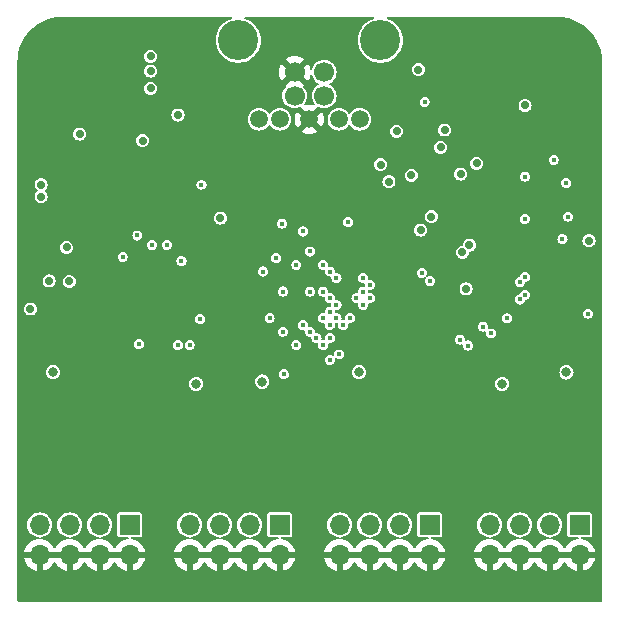
<source format=gbr>
%TF.GenerationSoftware,KiCad,Pcbnew,7.0.6*%
%TF.CreationDate,2023-10-15T13:38:33+02:00*%
%TF.ProjectId,fx3lahw,6678336c-6168-4772-9e6b-696361645f70,rev?*%
%TF.SameCoordinates,Original*%
%TF.FileFunction,Copper,L2,Inr*%
%TF.FilePolarity,Positive*%
%FSLAX46Y46*%
G04 Gerber Fmt 4.6, Leading zero omitted, Abs format (unit mm)*
G04 Created by KiCad (PCBNEW 7.0.6) date 2023-10-15 13:38:33*
%MOMM*%
%LPD*%
G01*
G04 APERTURE LIST*
%TA.AperFunction,ComponentPad*%
%ADD10C,1.700000*%
%TD*%
%TA.AperFunction,ComponentPad*%
%ADD11C,1.500000*%
%TD*%
%TA.AperFunction,ComponentPad*%
%ADD12C,3.400000*%
%TD*%
%TA.AperFunction,ComponentPad*%
%ADD13R,1.700000X1.700000*%
%TD*%
%TA.AperFunction,ComponentPad*%
%ADD14O,1.700000X1.700000*%
%TD*%
%TA.AperFunction,ComponentPad*%
%ADD15C,6.400000*%
%TD*%
%TA.AperFunction,ViaPad*%
%ADD16C,0.450000*%
%TD*%
%TA.AperFunction,ViaPad*%
%ADD17C,0.700000*%
%TD*%
%TA.AperFunction,ViaPad*%
%ADD18C,0.800000*%
%TD*%
G04 APERTURE END LIST*
D10*
%TO.N,/VBUS_IN*%
%TO.C,J1*%
X80985000Y-154384000D03*
%TO.N,/SS_D-*%
X83485000Y-154384000D03*
%TO.N,/SS_D+*%
X83485000Y-152384000D03*
%TO.N,GND*%
X80985000Y-152384000D03*
D11*
%TO.N,/SSTX-*%
X86485000Y-156384000D03*
%TO.N,/SSTX+*%
X84735000Y-156384000D03*
%TO.N,GND*%
X82235000Y-156384000D03*
%TO.N,/SSRX-*%
X79735000Y-156384000D03*
%TO.N,/SSRX+*%
X77985000Y-156384000D03*
D12*
%TO.N,unconnected-(J1-SHIELD-Pad10)*%
X88255000Y-149674000D03*
X76215000Y-149674000D03*
%TD*%
D13*
%TO.N,Net-(J3-Pin_1)*%
%TO.C,J3*%
X79716000Y-190707371D03*
D14*
%TO.N,GND*%
X79716000Y-193247371D03*
%TO.N,Net-(J3-Pin_3)*%
X77176000Y-190707371D03*
%TO.N,GND*%
X77176000Y-193247371D03*
%TO.N,Net-(J3-Pin_5)*%
X74636000Y-190707371D03*
%TO.N,GND*%
X74636000Y-193247371D03*
%TO.N,Net-(J3-Pin_7)*%
X72096000Y-190707371D03*
%TO.N,GND*%
X72096000Y-193247371D03*
%TD*%
D13*
%TO.N,Net-(J5-Pin_1)*%
%TO.C,J5*%
X105116000Y-190707371D03*
D14*
%TO.N,GND*%
X105116000Y-193247371D03*
%TO.N,Net-(J5-Pin_3)*%
X102576000Y-190707371D03*
%TO.N,GND*%
X102576000Y-193247371D03*
%TO.N,Net-(J5-Pin_5)*%
X100036000Y-190707371D03*
%TO.N,GND*%
X100036000Y-193247371D03*
%TO.N,Net-(J5-Pin_7)*%
X97496000Y-190707371D03*
%TO.N,GND*%
X97496000Y-193247371D03*
%TD*%
D15*
%TO.N,GND*%
%TO.C,H1*%
X61266000Y-151457371D03*
%TD*%
D13*
%TO.N,Net-(J4-Pin_1)*%
%TO.C,J4*%
X92416000Y-190707371D03*
D14*
%TO.N,GND*%
X92416000Y-193247371D03*
%TO.N,Net-(J4-Pin_3)*%
X89876000Y-190707371D03*
%TO.N,GND*%
X89876000Y-193247371D03*
%TO.N,Net-(J4-Pin_5)*%
X87336000Y-190707371D03*
%TO.N,GND*%
X87336000Y-193247371D03*
%TO.N,Net-(J4-Pin_7)*%
X84796000Y-190707371D03*
%TO.N,GND*%
X84796000Y-193247371D03*
%TD*%
D13*
%TO.N,Net-(J2-Pin_1)*%
%TO.C,J2*%
X67016000Y-190707371D03*
D14*
%TO.N,GND*%
X67016000Y-193247371D03*
%TO.N,Net-(J2-Pin_3)*%
X64476000Y-190707371D03*
%TO.N,GND*%
X64476000Y-193247371D03*
%TO.N,Net-(J2-Pin_5)*%
X61936000Y-190707371D03*
%TO.N,GND*%
X61936000Y-193247371D03*
%TO.N,Net-(J2-Pin_7)*%
X59396000Y-190707371D03*
%TO.N,GND*%
X59396000Y-193247371D03*
%TD*%
D15*
%TO.N,GND*%
%TO.C,H2*%
X103266000Y-151457371D03*
%TD*%
D16*
%TO.N,/SS_D+*%
X86791480Y-169826001D03*
%TO.N,/SS_D-*%
X87357165Y-170391686D03*
D17*
%TO.N,/VBUS_IN*%
X91459500Y-152176629D03*
D16*
X91995782Y-154891917D03*
D17*
%TO.N,Net-(U1A-XTALOUT)*%
X96408125Y-160096219D03*
X95050481Y-161001315D03*
D16*
X84528742Y-169826001D03*
D17*
%TO.N,GND*%
X61222518Y-157607205D03*
D16*
X80600000Y-164500000D03*
X78306205Y-171523056D03*
X102066000Y-169726000D03*
X102517523Y-171926000D03*
X78000000Y-164550000D03*
D17*
X66539957Y-158172890D03*
D16*
X78871888Y-168694630D03*
X101516000Y-156957371D03*
X101666000Y-170126000D03*
D17*
X59525463Y-160435630D03*
D16*
X85094428Y-169260316D03*
D17*
X95050481Y-152192066D03*
D16*
X89205411Y-167317960D03*
D18*
X91543001Y-177784000D03*
D16*
X82266001Y-165300518D03*
D17*
X99369315Y-156269807D03*
D16*
X80568944Y-168128945D03*
X104566000Y-173326000D03*
X75600000Y-167050000D03*
D17*
X62014477Y-159530534D03*
D16*
X72400000Y-173300000D03*
D17*
X91430097Y-161793274D03*
D16*
X106024770Y-169599727D03*
X85660113Y-169826001D03*
X82250000Y-160450000D03*
X65700000Y-173200000D03*
X104666000Y-172726000D03*
X102066000Y-171226000D03*
X84528742Y-170957372D03*
X84189329Y-178311276D03*
X70160341Y-163150918D03*
X94255388Y-154911230D03*
X80739120Y-178625914D03*
D17*
X97209316Y-152989810D03*
D18*
X71589306Y-178743946D03*
D16*
X104416000Y-172176000D03*
D17*
X91090686Y-157380931D03*
D16*
X66400000Y-173200000D03*
X101366000Y-168326000D03*
X98766000Y-171526000D03*
X88316946Y-166473380D03*
D18*
X64835000Y-180184000D03*
D17*
X91430097Y-150608148D03*
D16*
X103891000Y-174434000D03*
D17*
X67105642Y-155231328D03*
D16*
X86221346Y-164388472D03*
X78150000Y-160900004D03*
X79437573Y-173785799D03*
X70160341Y-161453863D03*
X66313683Y-160548767D03*
D18*
X97497307Y-178743946D03*
X75765999Y-178571280D03*
D16*
X86112658Y-176387947D03*
X92014412Y-167431494D03*
X98266000Y-173226000D03*
X103196345Y-171926000D03*
D18*
X65635000Y-177784000D03*
D16*
X101666000Y-171626000D03*
D17*
X93353426Y-161001315D03*
D16*
X92858919Y-168234042D03*
X92366000Y-173226000D03*
D17*
X66087409Y-155231328D03*
D16*
X68915834Y-160322493D03*
X76609146Y-170957372D03*
D17*
X69820930Y-158172890D03*
D16*
X101847459Y-170660707D03*
X77740520Y-172088741D03*
D17*
X90411864Y-164621699D03*
D18*
X101400000Y-177800000D03*
D16*
X86225799Y-169260316D03*
X78871890Y-172088741D03*
X103875167Y-171926000D03*
X93558919Y-168934042D03*
X103666000Y-167426000D03*
D17*
X95050481Y-158851712D03*
D16*
X82250000Y-158500000D03*
D17*
X94711070Y-157267794D03*
D16*
X76400000Y-164800000D03*
X104166000Y-173726000D03*
X80650000Y-163350000D03*
X84424858Y-174219486D03*
X76300000Y-166300000D03*
X91766000Y-173226000D03*
D18*
X90935000Y-180084000D03*
D16*
X82266001Y-176614226D03*
X86225799Y-170391687D03*
D17*
X96408125Y-159191123D03*
D16*
X77174832Y-171523057D03*
D17*
%TO.N,Net-(U1A-XTALIN)*%
X93692837Y-157267794D03*
D16*
X83963057Y-169260316D03*
D17*
X93353426Y-158738575D03*
%TO.N,Net-(U1A-RESET_N)*%
X88966000Y-161657371D03*
D16*
X83397371Y-168694630D03*
%TO.N,+1V2*%
X78871888Y-173220114D03*
D17*
X92561467Y-164621699D03*
D16*
X83397371Y-175482854D03*
X82266001Y-167563259D03*
D17*
X60204285Y-170052275D03*
D16*
X91769508Y-169373453D03*
X85094428Y-173785799D03*
X78306203Y-169260316D03*
X83963055Y-176727358D03*
D17*
X61675066Y-167223850D03*
X61901340Y-170082953D03*
X89619905Y-157380931D03*
X74685821Y-164734836D03*
X59525463Y-162924644D03*
D16*
X86791484Y-170957372D03*
X80003259Y-174351485D03*
X84528742Y-172088742D03*
D17*
X59525463Y-161906411D03*
D16*
%TO.N,Net-(U1C-U3TXVDDQ)*%
X85516000Y-165076000D03*
D17*
X88262261Y-160209356D03*
D16*
%TO.N,/VCC_frontend*%
X100066000Y-170126000D03*
D18*
X86443001Y-177784000D03*
D16*
X100466000Y-169726000D03*
X100466000Y-171226000D03*
D18*
X60535000Y-177784000D03*
X98567124Y-178771614D03*
D16*
X100066000Y-171626000D03*
D18*
X72659123Y-178771614D03*
X104000000Y-177800000D03*
X78235000Y-178584000D03*
D16*
%TO.N,+3V3*%
X84755014Y-176274810D03*
X104104745Y-164612980D03*
X103666000Y-166526000D03*
X81134630Y-175482855D03*
X80069277Y-177945089D03*
X73000000Y-173300000D03*
X100484361Y-161218870D03*
D17*
X90864412Y-161114452D03*
X95503029Y-170731097D03*
X68802697Y-151045259D03*
D16*
X83963057Y-174917170D03*
X80003259Y-170957372D03*
X86791484Y-172088743D03*
X79437573Y-168128945D03*
D17*
X68123875Y-158172890D03*
D16*
X79900000Y-165200000D03*
X73101903Y-161906411D03*
X103991608Y-161784555D03*
D17*
X68802697Y-153760547D03*
D16*
X98966000Y-173226000D03*
X92448330Y-170052275D03*
X81134630Y-168694630D03*
X81700315Y-165866203D03*
D17*
X68802697Y-152289766D03*
X91656371Y-165753069D03*
X58620367Y-172428152D03*
D16*
%TO.N,/I2C_SCL*%
X102916000Y-159807371D03*
%TO.N,/I2C_SDA*%
X100466000Y-164807371D03*
D17*
%TO.N,/SS_D+*%
X95782518Y-167022847D03*
%TO.N,/SS_D-*%
X95181476Y-167623889D03*
%TO.N,VBUS*%
X62794000Y-157618001D03*
X71109000Y-156016000D03*
X100500504Y-155187134D03*
X105911633Y-166658165D03*
D16*
X85660113Y-173220114D03*
X105810000Y-172826000D03*
%TO.N,Net-(J7-SWDIO{slash}TMS)*%
X71404848Y-168355220D03*
X83963055Y-171523056D03*
%TO.N,Net-(J7-SWDCLK{slash}TCK)*%
X70170000Y-166997576D03*
X82266000Y-170957371D03*
%TO.N,Net-(J7-SWO{slash}TDO)*%
X68915834Y-166997576D03*
X86225795Y-171523056D03*
%TO.N,/In_CH1*%
X96951001Y-173926000D03*
X83963057Y-172654428D03*
%TO.N,/In_CH0*%
X97598748Y-174499686D03*
X84528742Y-173220114D03*
%TO.N,/In_CH4*%
X94991001Y-175026394D03*
X83397371Y-173220114D03*
%TO.N,/In_CH3*%
X83963057Y-173785799D03*
X95666000Y-175526000D03*
%TO.N,/In_CH14*%
X81700315Y-173785799D03*
X67800000Y-175400000D03*
%TO.N,/In_CH9*%
X82266001Y-174351485D03*
X71100000Y-175500000D03*
%TO.N,/In_CH8*%
X72100000Y-175500000D03*
X82831686Y-174917170D03*
%TO.N,Net-(J7-NC{slash}TDI)*%
X83397370Y-170957371D03*
X67671327Y-166205617D03*
%TO.N,Net-(J7-~{RESET})*%
X66426820Y-168015809D03*
X87357165Y-171523056D03*
%TD*%
%TA.AperFunction,Conductor*%
%TO.N,GND*%
G36*
X61476507Y-193037527D02*
G01*
X61436000Y-193175482D01*
X61436000Y-193319260D01*
X61476507Y-193457215D01*
X61502314Y-193497371D01*
X59829686Y-193497371D01*
X59855493Y-193457215D01*
X59896000Y-193319260D01*
X59896000Y-193175482D01*
X59855493Y-193037527D01*
X59829686Y-192997371D01*
X61502314Y-192997371D01*
X61476507Y-193037527D01*
G37*
%TD.AperFunction*%
%TA.AperFunction,Conductor*%
G36*
X64016507Y-193037527D02*
G01*
X63976000Y-193175482D01*
X63976000Y-193319260D01*
X64016507Y-193457215D01*
X64042314Y-193497371D01*
X62369686Y-193497371D01*
X62395493Y-193457215D01*
X62436000Y-193319260D01*
X62436000Y-193175482D01*
X62395493Y-193037527D01*
X62369686Y-192997371D01*
X64042314Y-192997371D01*
X64016507Y-193037527D01*
G37*
%TD.AperFunction*%
%TA.AperFunction,Conductor*%
G36*
X66556507Y-193037527D02*
G01*
X66516000Y-193175482D01*
X66516000Y-193319260D01*
X66556507Y-193457215D01*
X66582314Y-193497371D01*
X64909686Y-193497371D01*
X64935493Y-193457215D01*
X64976000Y-193319260D01*
X64976000Y-193175482D01*
X64935493Y-193037527D01*
X64909686Y-192997371D01*
X66582314Y-192997371D01*
X66556507Y-193037527D01*
G37*
%TD.AperFunction*%
%TA.AperFunction,Conductor*%
G36*
X74176507Y-193037527D02*
G01*
X74136000Y-193175482D01*
X74136000Y-193319260D01*
X74176507Y-193457215D01*
X74202314Y-193497371D01*
X72529686Y-193497371D01*
X72555493Y-193457215D01*
X72596000Y-193319260D01*
X72596000Y-193175482D01*
X72555493Y-193037527D01*
X72529686Y-192997371D01*
X74202314Y-192997371D01*
X74176507Y-193037527D01*
G37*
%TD.AperFunction*%
%TA.AperFunction,Conductor*%
G36*
X76716507Y-193037527D02*
G01*
X76676000Y-193175482D01*
X76676000Y-193319260D01*
X76716507Y-193457215D01*
X76742314Y-193497371D01*
X75069686Y-193497371D01*
X75095493Y-193457215D01*
X75136000Y-193319260D01*
X75136000Y-193175482D01*
X75095493Y-193037527D01*
X75069686Y-192997371D01*
X76742314Y-192997371D01*
X76716507Y-193037527D01*
G37*
%TD.AperFunction*%
%TA.AperFunction,Conductor*%
G36*
X79256507Y-193037527D02*
G01*
X79216000Y-193175482D01*
X79216000Y-193319260D01*
X79256507Y-193457215D01*
X79282314Y-193497371D01*
X77609686Y-193497371D01*
X77635493Y-193457215D01*
X77676000Y-193319260D01*
X77676000Y-193175482D01*
X77635493Y-193037527D01*
X77609686Y-192997371D01*
X79282314Y-192997371D01*
X79256507Y-193037527D01*
G37*
%TD.AperFunction*%
%TA.AperFunction,Conductor*%
G36*
X86876507Y-193037527D02*
G01*
X86836000Y-193175482D01*
X86836000Y-193319260D01*
X86876507Y-193457215D01*
X86902314Y-193497371D01*
X85229686Y-193497371D01*
X85255493Y-193457215D01*
X85296000Y-193319260D01*
X85296000Y-193175482D01*
X85255493Y-193037527D01*
X85229686Y-192997371D01*
X86902314Y-192997371D01*
X86876507Y-193037527D01*
G37*
%TD.AperFunction*%
%TA.AperFunction,Conductor*%
G36*
X89416507Y-193037527D02*
G01*
X89376000Y-193175482D01*
X89376000Y-193319260D01*
X89416507Y-193457215D01*
X89442314Y-193497371D01*
X87769686Y-193497371D01*
X87795493Y-193457215D01*
X87836000Y-193319260D01*
X87836000Y-193175482D01*
X87795493Y-193037527D01*
X87769686Y-192997371D01*
X89442314Y-192997371D01*
X89416507Y-193037527D01*
G37*
%TD.AperFunction*%
%TA.AperFunction,Conductor*%
G36*
X91956507Y-193037527D02*
G01*
X91916000Y-193175482D01*
X91916000Y-193319260D01*
X91956507Y-193457215D01*
X91982314Y-193497371D01*
X90309686Y-193497371D01*
X90335493Y-193457215D01*
X90376000Y-193319260D01*
X90376000Y-193175482D01*
X90335493Y-193037527D01*
X90309686Y-192997371D01*
X91982314Y-192997371D01*
X91956507Y-193037527D01*
G37*
%TD.AperFunction*%
%TA.AperFunction,Conductor*%
G36*
X99576507Y-193037527D02*
G01*
X99536000Y-193175482D01*
X99536000Y-193319260D01*
X99576507Y-193457215D01*
X99602314Y-193497371D01*
X97929686Y-193497371D01*
X97955493Y-193457215D01*
X97996000Y-193319260D01*
X97996000Y-193175482D01*
X97955493Y-193037527D01*
X97929686Y-192997371D01*
X99602314Y-192997371D01*
X99576507Y-193037527D01*
G37*
%TD.AperFunction*%
%TA.AperFunction,Conductor*%
G36*
X102116507Y-193037527D02*
G01*
X102076000Y-193175482D01*
X102076000Y-193319260D01*
X102116507Y-193457215D01*
X102142314Y-193497371D01*
X100469686Y-193497371D01*
X100495493Y-193457215D01*
X100536000Y-193319260D01*
X100536000Y-193175482D01*
X100495493Y-193037527D01*
X100469686Y-192997371D01*
X102142314Y-192997371D01*
X102116507Y-193037527D01*
G37*
%TD.AperFunction*%
%TA.AperFunction,Conductor*%
G36*
X104656507Y-193037527D02*
G01*
X104616000Y-193175482D01*
X104616000Y-193319260D01*
X104656507Y-193457215D01*
X104682314Y-193497371D01*
X103009686Y-193497371D01*
X103035493Y-193457215D01*
X103076000Y-193319260D01*
X103076000Y-193175482D01*
X103035493Y-193037527D01*
X103009686Y-192997371D01*
X104682314Y-192997371D01*
X104656507Y-193037527D01*
G37*
%TD.AperFunction*%
%TA.AperFunction,Conductor*%
G36*
X82099926Y-153145373D02*
G01*
X82158598Y-153061579D01*
X82258428Y-152847494D01*
X82258429Y-152847493D01*
X82317714Y-152626240D01*
X82346748Y-152584776D01*
X82395643Y-152571675D01*
X82441519Y-152593067D01*
X82460006Y-152623911D01*
X82509768Y-152787954D01*
X82607315Y-152970450D01*
X82738590Y-153130410D01*
X82898550Y-153261685D01*
X83005288Y-153318738D01*
X83039076Y-153356429D01*
X83040732Y-153407021D01*
X83009481Y-153446841D01*
X83005288Y-153449262D01*
X82898549Y-153506315D01*
X82738590Y-153637589D01*
X82738589Y-153637590D01*
X82607315Y-153797549D01*
X82509769Y-153980043D01*
X82449700Y-154178064D01*
X82429417Y-154384000D01*
X82445115Y-154543388D01*
X82449700Y-154589934D01*
X82500921Y-154758790D01*
X82509769Y-154787956D01*
X82607315Y-154970450D01*
X82691826Y-155073428D01*
X82708619Y-155121181D01*
X82690788Y-155168555D01*
X82646677Y-155193385D01*
X82615470Y-155191851D01*
X82452893Y-155148288D01*
X82452886Y-155148287D01*
X82235004Y-155129225D01*
X82234996Y-155129225D01*
X82017115Y-155148287D01*
X81854529Y-155191852D01*
X81804102Y-155187440D01*
X81768309Y-155151647D01*
X81763897Y-155101220D01*
X81778171Y-155073430D01*
X81862685Y-154970450D01*
X81960232Y-154787954D01*
X82020300Y-154589934D01*
X82040583Y-154384000D01*
X82020300Y-154178066D01*
X81960232Y-153980046D01*
X81862685Y-153797550D01*
X81731410Y-153637590D01*
X81731409Y-153637589D01*
X81731405Y-153637585D01*
X81722523Y-153630296D01*
X81696736Y-153586738D01*
X81704981Y-153536795D01*
X81727022Y-153512476D01*
X81746373Y-153498926D01*
X81073231Y-152825784D01*
X81119138Y-152818865D01*
X81241357Y-152760007D01*
X81340798Y-152667740D01*
X81408625Y-152550260D01*
X81426499Y-152471946D01*
X82099926Y-153145373D01*
G37*
%TD.AperFunction*%
%TA.AperFunction,Conductor*%
G36*
X75685479Y-147725184D02*
G01*
X75710789Y-147769021D01*
X75701999Y-147818871D01*
X75663773Y-147851205D01*
X75423489Y-147940826D01*
X75423485Y-147940827D01*
X75184891Y-148071109D01*
X74967255Y-148234031D01*
X74775031Y-148426255D01*
X74612109Y-148643891D01*
X74481827Y-148882485D01*
X74481826Y-148882489D01*
X74386829Y-149137184D01*
X74386824Y-149137202D01*
X74329038Y-149402842D01*
X74309645Y-149673993D01*
X74309645Y-149674006D01*
X74329038Y-149945157D01*
X74386824Y-150210797D01*
X74386829Y-150210815D01*
X74481826Y-150465510D01*
X74481827Y-150465514D01*
X74612109Y-150704108D01*
X74659665Y-150767635D01*
X74775029Y-150921742D01*
X74967258Y-151113971D01*
X75067442Y-151188968D01*
X75184891Y-151276890D01*
X75423485Y-151407172D01*
X75423489Y-151407173D01*
X75678184Y-151502170D01*
X75678190Y-151502171D01*
X75678199Y-151502175D01*
X75943840Y-151559961D01*
X76004097Y-151564270D01*
X76214993Y-151579355D01*
X76215000Y-151579355D01*
X76215007Y-151579355D01*
X76404812Y-151565779D01*
X76486160Y-151559961D01*
X76751801Y-151502175D01*
X76751812Y-151502170D01*
X76751815Y-151502170D01*
X77006510Y-151407173D01*
X77006514Y-151407172D01*
X77245108Y-151276890D01*
X77245109Y-151276889D01*
X77245113Y-151276887D01*
X77462742Y-151113971D01*
X77654971Y-150921742D01*
X77817887Y-150704113D01*
X77817890Y-150704108D01*
X77948172Y-150465514D01*
X77948173Y-150465510D01*
X78043170Y-150210815D01*
X78043170Y-150210812D01*
X78043175Y-150210801D01*
X78100961Y-149945160D01*
X78119220Y-149689869D01*
X78120355Y-149674006D01*
X78120355Y-149673993D01*
X78100961Y-149402842D01*
X78100961Y-149402840D01*
X78043175Y-149137199D01*
X78043171Y-149137190D01*
X78043170Y-149137184D01*
X77948173Y-148882489D01*
X77948172Y-148882485D01*
X77817890Y-148643891D01*
X77754316Y-148558967D01*
X77654971Y-148426258D01*
X77462742Y-148234029D01*
X77245113Y-148071113D01*
X77245114Y-148071113D01*
X77245108Y-148071109D01*
X77006514Y-147940827D01*
X77006510Y-147940826D01*
X76766227Y-147851205D01*
X76727710Y-147818361D01*
X76719315Y-147768443D01*
X76744972Y-147724808D01*
X76792087Y-147707871D01*
X87677913Y-147707871D01*
X87725479Y-147725184D01*
X87750789Y-147769021D01*
X87741999Y-147818871D01*
X87703773Y-147851205D01*
X87463489Y-147940826D01*
X87463485Y-147940827D01*
X87224891Y-148071109D01*
X87007255Y-148234031D01*
X86815031Y-148426255D01*
X86652109Y-148643891D01*
X86521827Y-148882485D01*
X86521826Y-148882489D01*
X86426829Y-149137184D01*
X86426824Y-149137202D01*
X86369038Y-149402842D01*
X86349645Y-149673993D01*
X86349645Y-149674006D01*
X86369038Y-149945157D01*
X86426824Y-150210797D01*
X86426829Y-150210815D01*
X86521826Y-150465510D01*
X86521827Y-150465514D01*
X86652109Y-150704108D01*
X86699665Y-150767635D01*
X86815029Y-150921742D01*
X87007258Y-151113971D01*
X87107442Y-151188968D01*
X87224891Y-151276890D01*
X87463485Y-151407172D01*
X87463489Y-151407173D01*
X87718184Y-151502170D01*
X87718190Y-151502171D01*
X87718199Y-151502175D01*
X87983840Y-151559961D01*
X88044097Y-151564270D01*
X88254993Y-151579355D01*
X88255000Y-151579355D01*
X88255007Y-151579355D01*
X88444811Y-151565779D01*
X88526160Y-151559961D01*
X88791801Y-151502175D01*
X88791812Y-151502170D01*
X88791815Y-151502170D01*
X89046510Y-151407173D01*
X89046514Y-151407172D01*
X89285108Y-151276890D01*
X89285109Y-151276889D01*
X89285113Y-151276887D01*
X89502742Y-151113971D01*
X89694971Y-150921742D01*
X89857887Y-150704113D01*
X89857890Y-150704108D01*
X89988172Y-150465514D01*
X89988173Y-150465510D01*
X90083170Y-150210815D01*
X90083170Y-150210812D01*
X90083175Y-150210801D01*
X90140961Y-149945160D01*
X90159220Y-149689869D01*
X90160355Y-149674006D01*
X90160355Y-149673993D01*
X90140961Y-149402842D01*
X90140961Y-149402840D01*
X90083175Y-149137199D01*
X90083171Y-149137190D01*
X90083170Y-149137184D01*
X89988173Y-148882489D01*
X89988172Y-148882485D01*
X89857890Y-148643891D01*
X89794316Y-148558967D01*
X89694971Y-148426258D01*
X89502742Y-148234029D01*
X89285113Y-148071113D01*
X89285114Y-148071113D01*
X89285108Y-148071109D01*
X89046514Y-147940827D01*
X89046510Y-147940826D01*
X88806227Y-147851205D01*
X88767710Y-147818361D01*
X88759315Y-147768443D01*
X88784972Y-147724808D01*
X88832087Y-147707871D01*
X103265089Y-147707871D01*
X103266905Y-147707916D01*
X103394412Y-147714179D01*
X103415029Y-147715192D01*
X103639431Y-147726969D01*
X103642863Y-147727312D01*
X103818357Y-147753344D01*
X104015431Y-147784557D01*
X104018605Y-147785204D01*
X104196694Y-147829813D01*
X104383645Y-147879906D01*
X104386486Y-147880794D01*
X104561808Y-147943525D01*
X104740275Y-148012032D01*
X104742775Y-148013100D01*
X104912395Y-148093324D01*
X104995767Y-148135804D01*
X105081659Y-148179569D01*
X105083884Y-148180800D01*
X105245520Y-148277681D01*
X105404347Y-148380824D01*
X105406204Y-148382113D01*
X105558027Y-148494711D01*
X105642588Y-148563187D01*
X105704999Y-148613727D01*
X105706562Y-148615066D01*
X105846152Y-148741581D01*
X105847446Y-148742814D01*
X105980568Y-148875934D01*
X105981802Y-148877231D01*
X105986568Y-148882489D01*
X106108306Y-149016805D01*
X106109646Y-149018368D01*
X106228674Y-149165354D01*
X106341254Y-149317150D01*
X106342566Y-149319040D01*
X106445695Y-149477842D01*
X106542596Y-149639510D01*
X106543824Y-149641728D01*
X106560264Y-149673993D01*
X106630060Y-149810975D01*
X106710269Y-149980562D01*
X106711365Y-149983122D01*
X106779866Y-150161570D01*
X106842590Y-150336867D01*
X106843493Y-150339757D01*
X106893586Y-150526707D01*
X106938183Y-150704743D01*
X106938837Y-150707947D01*
X106970047Y-150904991D01*
X106996075Y-151080451D01*
X106996425Y-151083946D01*
X107008469Y-151313703D01*
X107015455Y-151455887D01*
X107015500Y-151457704D01*
X107015500Y-197132871D01*
X106998187Y-197180437D01*
X106954350Y-197205747D01*
X106941500Y-197206871D01*
X57590500Y-197206871D01*
X57542934Y-197189558D01*
X57517624Y-197145721D01*
X57516500Y-197132871D01*
X57516500Y-193497371D01*
X58065363Y-193497371D01*
X58122566Y-193710854D01*
X58122571Y-193710865D01*
X58222401Y-193924950D01*
X58357888Y-194118446D01*
X58524925Y-194285482D01*
X58524923Y-194285482D01*
X58718420Y-194420969D01*
X58932505Y-194520799D01*
X58932508Y-194520801D01*
X59145999Y-194578005D01*
X59145999Y-193682872D01*
X59253685Y-193732051D01*
X59360237Y-193747371D01*
X59431763Y-193747371D01*
X59538315Y-193732051D01*
X59646000Y-193682872D01*
X59646000Y-194578005D01*
X59859491Y-194520801D01*
X59859494Y-194520799D01*
X60073579Y-194420969D01*
X60267075Y-194285482D01*
X60434111Y-194118446D01*
X60569598Y-193924950D01*
X60598933Y-193862044D01*
X60634726Y-193826251D01*
X60685153Y-193821840D01*
X60726617Y-193850873D01*
X60733067Y-193862044D01*
X60762401Y-193924950D01*
X60897888Y-194118446D01*
X61064925Y-194285482D01*
X61064923Y-194285482D01*
X61258420Y-194420969D01*
X61472505Y-194520799D01*
X61472508Y-194520801D01*
X61686000Y-194578005D01*
X61686000Y-193682872D01*
X61793685Y-193732051D01*
X61900237Y-193747371D01*
X61971763Y-193747371D01*
X62078315Y-193732051D01*
X62185999Y-193682872D01*
X62185999Y-194578005D01*
X62399491Y-194520801D01*
X62399494Y-194520799D01*
X62613579Y-194420969D01*
X62807075Y-194285482D01*
X62974111Y-194118446D01*
X63109598Y-193924950D01*
X63138933Y-193862044D01*
X63174726Y-193826251D01*
X63225153Y-193821840D01*
X63266617Y-193850873D01*
X63273067Y-193862044D01*
X63302401Y-193924950D01*
X63437888Y-194118446D01*
X63604925Y-194285482D01*
X63604923Y-194285482D01*
X63798420Y-194420969D01*
X64012505Y-194520799D01*
X64012508Y-194520801D01*
X64225999Y-194578005D01*
X64225999Y-193682872D01*
X64333685Y-193732051D01*
X64440237Y-193747371D01*
X64511763Y-193747371D01*
X64618315Y-193732051D01*
X64726000Y-193682872D01*
X64726000Y-194578005D01*
X64939491Y-194520801D01*
X64939494Y-194520799D01*
X65153579Y-194420969D01*
X65347075Y-194285482D01*
X65514111Y-194118446D01*
X65649600Y-193924949D01*
X65678932Y-193862044D01*
X65714724Y-193826251D01*
X65765150Y-193821838D01*
X65806616Y-193850871D01*
X65813066Y-193862043D01*
X65842400Y-193924950D01*
X65977888Y-194118446D01*
X66144925Y-194285482D01*
X66144923Y-194285482D01*
X66338420Y-194420969D01*
X66552505Y-194520799D01*
X66552508Y-194520801D01*
X66766000Y-194578005D01*
X66765999Y-193682872D01*
X66873685Y-193732051D01*
X66980237Y-193747371D01*
X67051763Y-193747371D01*
X67158315Y-193732051D01*
X67266000Y-193682872D01*
X67266000Y-194578005D01*
X67479491Y-194520801D01*
X67479494Y-194520799D01*
X67693579Y-194420969D01*
X67887075Y-194285482D01*
X68054111Y-194118446D01*
X68189598Y-193924950D01*
X68289428Y-193710865D01*
X68289433Y-193710854D01*
X68346636Y-193497371D01*
X70765363Y-193497371D01*
X70822566Y-193710854D01*
X70822571Y-193710865D01*
X70922401Y-193924950D01*
X71057888Y-194118446D01*
X71224925Y-194285482D01*
X71224923Y-194285482D01*
X71418420Y-194420969D01*
X71632505Y-194520799D01*
X71632508Y-194520801D01*
X71846000Y-194578005D01*
X71846000Y-193682872D01*
X71953685Y-193732051D01*
X72060237Y-193747371D01*
X72131763Y-193747371D01*
X72238315Y-193732051D01*
X72346000Y-193682872D01*
X72346000Y-194578005D01*
X72559491Y-194520801D01*
X72559494Y-194520799D01*
X72773579Y-194420969D01*
X72967075Y-194285482D01*
X73134111Y-194118446D01*
X73269598Y-193924950D01*
X73298933Y-193862044D01*
X73334726Y-193826251D01*
X73385153Y-193821840D01*
X73426617Y-193850873D01*
X73433067Y-193862044D01*
X73462401Y-193924950D01*
X73597888Y-194118446D01*
X73764925Y-194285482D01*
X73764923Y-194285482D01*
X73958420Y-194420969D01*
X74172505Y-194520799D01*
X74172508Y-194520801D01*
X74386000Y-194578005D01*
X74386000Y-193682872D01*
X74493685Y-193732051D01*
X74600237Y-193747371D01*
X74671763Y-193747371D01*
X74778315Y-193732051D01*
X74886000Y-193682872D01*
X74886000Y-194578005D01*
X75099491Y-194520801D01*
X75099494Y-194520799D01*
X75313579Y-194420969D01*
X75507075Y-194285482D01*
X75674111Y-194118446D01*
X75809598Y-193924950D01*
X75838933Y-193862044D01*
X75874726Y-193826251D01*
X75925153Y-193821840D01*
X75966617Y-193850873D01*
X75973067Y-193862044D01*
X76002401Y-193924950D01*
X76137888Y-194118446D01*
X76304925Y-194285482D01*
X76304923Y-194285482D01*
X76498420Y-194420969D01*
X76712505Y-194520799D01*
X76712508Y-194520801D01*
X76926000Y-194578005D01*
X76926000Y-193682872D01*
X77033685Y-193732051D01*
X77140237Y-193747371D01*
X77211763Y-193747371D01*
X77318315Y-193732051D01*
X77426000Y-193682872D01*
X77426000Y-194578005D01*
X77639491Y-194520801D01*
X77639494Y-194520799D01*
X77853579Y-194420969D01*
X78047075Y-194285482D01*
X78214111Y-194118446D01*
X78349598Y-193924950D01*
X78378933Y-193862044D01*
X78414726Y-193826251D01*
X78465153Y-193821840D01*
X78506617Y-193850873D01*
X78513067Y-193862044D01*
X78542401Y-193924950D01*
X78677888Y-194118446D01*
X78844925Y-194285482D01*
X78844923Y-194285482D01*
X79038420Y-194420969D01*
X79252505Y-194520799D01*
X79252508Y-194520801D01*
X79466000Y-194578005D01*
X79466000Y-193682872D01*
X79573685Y-193732051D01*
X79680237Y-193747371D01*
X79751763Y-193747371D01*
X79858315Y-193732051D01*
X79966000Y-193682872D01*
X79966000Y-194578005D01*
X80179491Y-194520801D01*
X80179494Y-194520799D01*
X80393579Y-194420969D01*
X80587075Y-194285482D01*
X80754111Y-194118446D01*
X80889598Y-193924950D01*
X80989428Y-193710865D01*
X80989433Y-193710854D01*
X81046636Y-193497371D01*
X83465363Y-193497371D01*
X83522566Y-193710854D01*
X83522571Y-193710865D01*
X83622401Y-193924950D01*
X83757888Y-194118446D01*
X83924925Y-194285482D01*
X83924923Y-194285482D01*
X84118420Y-194420969D01*
X84332505Y-194520799D01*
X84332508Y-194520801D01*
X84546000Y-194578005D01*
X84546000Y-193682872D01*
X84653685Y-193732051D01*
X84760237Y-193747371D01*
X84831763Y-193747371D01*
X84938315Y-193732051D01*
X85046000Y-193682872D01*
X85046000Y-194578005D01*
X85259491Y-194520801D01*
X85259494Y-194520799D01*
X85473579Y-194420969D01*
X85667075Y-194285482D01*
X85834111Y-194118446D01*
X85969598Y-193924950D01*
X85998933Y-193862044D01*
X86034726Y-193826251D01*
X86085153Y-193821840D01*
X86126617Y-193850873D01*
X86133067Y-193862044D01*
X86162401Y-193924950D01*
X86297888Y-194118446D01*
X86464925Y-194285482D01*
X86464923Y-194285482D01*
X86658420Y-194420969D01*
X86872505Y-194520799D01*
X86872508Y-194520801D01*
X87086000Y-194578005D01*
X87086000Y-193682872D01*
X87193685Y-193732051D01*
X87300237Y-193747371D01*
X87371763Y-193747371D01*
X87478315Y-193732051D01*
X87586000Y-193682872D01*
X87586000Y-194578005D01*
X87799491Y-194520801D01*
X87799494Y-194520799D01*
X88013579Y-194420969D01*
X88207075Y-194285482D01*
X88374111Y-194118446D01*
X88509598Y-193924950D01*
X88538933Y-193862044D01*
X88574726Y-193826251D01*
X88625153Y-193821840D01*
X88666617Y-193850873D01*
X88673067Y-193862044D01*
X88702401Y-193924950D01*
X88837888Y-194118446D01*
X89004925Y-194285482D01*
X89004923Y-194285482D01*
X89198420Y-194420969D01*
X89412505Y-194520799D01*
X89412508Y-194520801D01*
X89626000Y-194578005D01*
X89626000Y-193682872D01*
X89733685Y-193732051D01*
X89840237Y-193747371D01*
X89911763Y-193747371D01*
X90018315Y-193732051D01*
X90126000Y-193682872D01*
X90126000Y-194578005D01*
X90339491Y-194520801D01*
X90339494Y-194520799D01*
X90553579Y-194420969D01*
X90747075Y-194285482D01*
X90914111Y-194118446D01*
X91049598Y-193924950D01*
X91078933Y-193862044D01*
X91114726Y-193826251D01*
X91165153Y-193821840D01*
X91206617Y-193850873D01*
X91213067Y-193862044D01*
X91242401Y-193924950D01*
X91377888Y-194118446D01*
X91544925Y-194285482D01*
X91544923Y-194285482D01*
X91738420Y-194420969D01*
X91952505Y-194520799D01*
X91952508Y-194520801D01*
X92166000Y-194578005D01*
X92166000Y-193682872D01*
X92273685Y-193732051D01*
X92380237Y-193747371D01*
X92451763Y-193747371D01*
X92558315Y-193732051D01*
X92666000Y-193682872D01*
X92666000Y-194578005D01*
X92879491Y-194520801D01*
X92879494Y-194520799D01*
X93093579Y-194420969D01*
X93287075Y-194285482D01*
X93454111Y-194118446D01*
X93589598Y-193924950D01*
X93689428Y-193710865D01*
X93689433Y-193710854D01*
X93746636Y-193497371D01*
X96165363Y-193497371D01*
X96222566Y-193710854D01*
X96222571Y-193710865D01*
X96322401Y-193924950D01*
X96457888Y-194118446D01*
X96624925Y-194285482D01*
X96624923Y-194285482D01*
X96818420Y-194420969D01*
X97032505Y-194520799D01*
X97032508Y-194520801D01*
X97246000Y-194578005D01*
X97246000Y-193682872D01*
X97353685Y-193732051D01*
X97460237Y-193747371D01*
X97531763Y-193747371D01*
X97638315Y-193732051D01*
X97746000Y-193682872D01*
X97746000Y-194578005D01*
X97959491Y-194520801D01*
X97959494Y-194520799D01*
X98173579Y-194420969D01*
X98367075Y-194285482D01*
X98534111Y-194118446D01*
X98669598Y-193924950D01*
X98698933Y-193862044D01*
X98734726Y-193826251D01*
X98785153Y-193821840D01*
X98826617Y-193850873D01*
X98833067Y-193862044D01*
X98862401Y-193924950D01*
X98997888Y-194118446D01*
X99164925Y-194285482D01*
X99164923Y-194285482D01*
X99358420Y-194420969D01*
X99572505Y-194520799D01*
X99572508Y-194520801D01*
X99786000Y-194578005D01*
X99786000Y-193682872D01*
X99893685Y-193732051D01*
X100000237Y-193747371D01*
X100071763Y-193747371D01*
X100178315Y-193732051D01*
X100286000Y-193682872D01*
X100286000Y-194578005D01*
X100499491Y-194520801D01*
X100499494Y-194520799D01*
X100713579Y-194420969D01*
X100907075Y-194285482D01*
X101074111Y-194118446D01*
X101209598Y-193924950D01*
X101238933Y-193862044D01*
X101274726Y-193826251D01*
X101325153Y-193821840D01*
X101366617Y-193850873D01*
X101373067Y-193862044D01*
X101402401Y-193924950D01*
X101537888Y-194118446D01*
X101704925Y-194285482D01*
X101704923Y-194285482D01*
X101898420Y-194420969D01*
X102112505Y-194520799D01*
X102112508Y-194520801D01*
X102326000Y-194578005D01*
X102326000Y-193682872D01*
X102433685Y-193732051D01*
X102540237Y-193747371D01*
X102611763Y-193747371D01*
X102718315Y-193732051D01*
X102826000Y-193682872D01*
X102826000Y-194578005D01*
X103039491Y-194520801D01*
X103039494Y-194520799D01*
X103253579Y-194420969D01*
X103447075Y-194285482D01*
X103614111Y-194118446D01*
X103749598Y-193924950D01*
X103778933Y-193862044D01*
X103814726Y-193826251D01*
X103865153Y-193821840D01*
X103906617Y-193850873D01*
X103913067Y-193862044D01*
X103942401Y-193924950D01*
X104077888Y-194118446D01*
X104244925Y-194285482D01*
X104244923Y-194285482D01*
X104438420Y-194420969D01*
X104652505Y-194520799D01*
X104652508Y-194520801D01*
X104866000Y-194578005D01*
X104866000Y-193682872D01*
X104973685Y-193732051D01*
X105080237Y-193747371D01*
X105151763Y-193747371D01*
X105258315Y-193732051D01*
X105366000Y-193682872D01*
X105366000Y-194578005D01*
X105579491Y-194520801D01*
X105579494Y-194520799D01*
X105793579Y-194420969D01*
X105987075Y-194285482D01*
X106154111Y-194118446D01*
X106289598Y-193924950D01*
X106389428Y-193710865D01*
X106389433Y-193710854D01*
X106446636Y-193497371D01*
X105549686Y-193497371D01*
X105575493Y-193457215D01*
X105616000Y-193319260D01*
X105616000Y-193175482D01*
X105575493Y-193037527D01*
X105549686Y-192997371D01*
X106446636Y-192997371D01*
X106446636Y-192997370D01*
X106389432Y-192783883D01*
X106289598Y-192569792D01*
X106154109Y-192376292D01*
X105987075Y-192209259D01*
X105987076Y-192209259D01*
X105793579Y-192073772D01*
X105579494Y-191973942D01*
X105579483Y-191973937D01*
X105351325Y-191912802D01*
X105351318Y-191912801D01*
X105268882Y-191905589D01*
X105223006Y-191884197D01*
X105201614Y-191838321D01*
X105214715Y-191789426D01*
X105256179Y-191760392D01*
X105275332Y-191757871D01*
X105985746Y-191757871D01*
X105985748Y-191757871D01*
X106044231Y-191746238D01*
X106110552Y-191701923D01*
X106154867Y-191635602D01*
X106166500Y-191577119D01*
X106166500Y-189837623D01*
X106154867Y-189779140D01*
X106110552Y-189712819D01*
X106088343Y-189697979D01*
X106044232Y-189668504D01*
X106044233Y-189668504D01*
X106014989Y-189662687D01*
X105985748Y-189656871D01*
X104246252Y-189656871D01*
X104217010Y-189662687D01*
X104187767Y-189668504D01*
X104121449Y-189712818D01*
X104121447Y-189712820D01*
X104077133Y-189779138D01*
X104065500Y-189837624D01*
X104065500Y-191577117D01*
X104077133Y-191635603D01*
X104106608Y-191679714D01*
X104121448Y-191701923D01*
X104165560Y-191731398D01*
X104187767Y-191746237D01*
X104187768Y-191746237D01*
X104187769Y-191746238D01*
X104246252Y-191757871D01*
X104246254Y-191757871D01*
X104956668Y-191757871D01*
X105004234Y-191775184D01*
X105029544Y-191819021D01*
X105020754Y-191868871D01*
X104981977Y-191901408D01*
X104963118Y-191905589D01*
X104880681Y-191912801D01*
X104880674Y-191912802D01*
X104652516Y-191973937D01*
X104652505Y-191973942D01*
X104438421Y-192073772D01*
X104244921Y-192209261D01*
X104077890Y-192376292D01*
X103942400Y-192569792D01*
X103913067Y-192632698D01*
X103877273Y-192668491D01*
X103826847Y-192672902D01*
X103785382Y-192643868D01*
X103778933Y-192632698D01*
X103749599Y-192569792D01*
X103614109Y-192376292D01*
X103447075Y-192209259D01*
X103447076Y-192209259D01*
X103253579Y-192073772D01*
X103039494Y-191973942D01*
X103039483Y-191973937D01*
X102811325Y-191912802D01*
X102811318Y-191912801D01*
X102673757Y-191900766D01*
X102627881Y-191879374D01*
X102606489Y-191833497D01*
X102619590Y-191784603D01*
X102661054Y-191755569D01*
X102672945Y-191753405D01*
X102781934Y-191742671D01*
X102979954Y-191682603D01*
X103162450Y-191585056D01*
X103322410Y-191453781D01*
X103453685Y-191293821D01*
X103551232Y-191111325D01*
X103611300Y-190913305D01*
X103631583Y-190707371D01*
X103611300Y-190501437D01*
X103551232Y-190303417D01*
X103453685Y-190120921D01*
X103322410Y-189960961D01*
X103162450Y-189829686D01*
X102979954Y-189732139D01*
X102868158Y-189698226D01*
X102781935Y-189672071D01*
X102576000Y-189651788D01*
X102370064Y-189672071D01*
X102172043Y-189732140D01*
X101989549Y-189829686D01*
X101829590Y-189960960D01*
X101829589Y-189960961D01*
X101698315Y-190120920D01*
X101600769Y-190303414D01*
X101540700Y-190501435D01*
X101540699Y-190501437D01*
X101540700Y-190501437D01*
X101520417Y-190707371D01*
X101540700Y-190913305D01*
X101600768Y-191111325D01*
X101698315Y-191293821D01*
X101829590Y-191453781D01*
X101989550Y-191585056D01*
X102172046Y-191682603D01*
X102370066Y-191742671D01*
X102479046Y-191753404D01*
X102524686Y-191775296D01*
X102545576Y-191821403D01*
X102531943Y-191870151D01*
X102490164Y-191898731D01*
X102478242Y-191900766D01*
X102340681Y-191912801D01*
X102340674Y-191912802D01*
X102112516Y-191973937D01*
X102112505Y-191973942D01*
X101898421Y-192073772D01*
X101704921Y-192209261D01*
X101537890Y-192376292D01*
X101402400Y-192569792D01*
X101373067Y-192632698D01*
X101337273Y-192668491D01*
X101286847Y-192672902D01*
X101245382Y-192643868D01*
X101238933Y-192632698D01*
X101209599Y-192569792D01*
X101074109Y-192376292D01*
X100907075Y-192209259D01*
X100907076Y-192209259D01*
X100713579Y-192073772D01*
X100499494Y-191973942D01*
X100499483Y-191973937D01*
X100271325Y-191912802D01*
X100271318Y-191912801D01*
X100133757Y-191900766D01*
X100087881Y-191879374D01*
X100066489Y-191833497D01*
X100079590Y-191784603D01*
X100121054Y-191755569D01*
X100132945Y-191753405D01*
X100241934Y-191742671D01*
X100439954Y-191682603D01*
X100622450Y-191585056D01*
X100782410Y-191453781D01*
X100913685Y-191293821D01*
X101011232Y-191111325D01*
X101071300Y-190913305D01*
X101091583Y-190707371D01*
X101071300Y-190501437D01*
X101011232Y-190303417D01*
X100913685Y-190120921D01*
X100782410Y-189960961D01*
X100622450Y-189829686D01*
X100439954Y-189732139D01*
X100328158Y-189698226D01*
X100241935Y-189672071D01*
X100138967Y-189661929D01*
X100036000Y-189651788D01*
X100035999Y-189651788D01*
X99830064Y-189672071D01*
X99632043Y-189732140D01*
X99449549Y-189829686D01*
X99289590Y-189960960D01*
X99289589Y-189960961D01*
X99158315Y-190120920D01*
X99060769Y-190303414D01*
X99000700Y-190501435D01*
X99000699Y-190501437D01*
X99000700Y-190501437D01*
X98980417Y-190707371D01*
X99000700Y-190913305D01*
X99060768Y-191111325D01*
X99158315Y-191293821D01*
X99289590Y-191453781D01*
X99449550Y-191585056D01*
X99632046Y-191682603D01*
X99830066Y-191742671D01*
X99939046Y-191753404D01*
X99984686Y-191775296D01*
X100005576Y-191821403D01*
X99991943Y-191870151D01*
X99950164Y-191898731D01*
X99938242Y-191900766D01*
X99800681Y-191912801D01*
X99800674Y-191912802D01*
X99572516Y-191973937D01*
X99572505Y-191973942D01*
X99358421Y-192073772D01*
X99164921Y-192209261D01*
X98997890Y-192376292D01*
X98862400Y-192569792D01*
X98833067Y-192632698D01*
X98797273Y-192668491D01*
X98746847Y-192672902D01*
X98705382Y-192643868D01*
X98698933Y-192632698D01*
X98669599Y-192569792D01*
X98534109Y-192376292D01*
X98367075Y-192209259D01*
X98367076Y-192209259D01*
X98173579Y-192073772D01*
X97959494Y-191973942D01*
X97959483Y-191973937D01*
X97731325Y-191912802D01*
X97731318Y-191912801D01*
X97593757Y-191900766D01*
X97547881Y-191879374D01*
X97526489Y-191833497D01*
X97539590Y-191784603D01*
X97581054Y-191755569D01*
X97592945Y-191753405D01*
X97701934Y-191742671D01*
X97899954Y-191682603D01*
X98082450Y-191585056D01*
X98242410Y-191453781D01*
X98373685Y-191293821D01*
X98471232Y-191111325D01*
X98531300Y-190913305D01*
X98551583Y-190707371D01*
X98531300Y-190501437D01*
X98471232Y-190303417D01*
X98373685Y-190120921D01*
X98242410Y-189960961D01*
X98082450Y-189829686D01*
X97899954Y-189732139D01*
X97788158Y-189698226D01*
X97701935Y-189672071D01*
X97496000Y-189651788D01*
X97290064Y-189672071D01*
X97092043Y-189732140D01*
X96909549Y-189829686D01*
X96749590Y-189960960D01*
X96749589Y-189960961D01*
X96618315Y-190120920D01*
X96520769Y-190303414D01*
X96460700Y-190501435D01*
X96460699Y-190501437D01*
X96460700Y-190501437D01*
X96440417Y-190707371D01*
X96460700Y-190913305D01*
X96520768Y-191111325D01*
X96618315Y-191293821D01*
X96749590Y-191453781D01*
X96909550Y-191585056D01*
X97092046Y-191682603D01*
X97290066Y-191742671D01*
X97399046Y-191753404D01*
X97444686Y-191775296D01*
X97465576Y-191821403D01*
X97451943Y-191870151D01*
X97410164Y-191898731D01*
X97398242Y-191900766D01*
X97260681Y-191912801D01*
X97260674Y-191912802D01*
X97032516Y-191973937D01*
X97032505Y-191973942D01*
X96818421Y-192073772D01*
X96624921Y-192209261D01*
X96457890Y-192376292D01*
X96322401Y-192569792D01*
X96222567Y-192783883D01*
X96165363Y-192997370D01*
X96165364Y-192997371D01*
X97062314Y-192997371D01*
X97036507Y-193037527D01*
X96996000Y-193175482D01*
X96996000Y-193319260D01*
X97036507Y-193457215D01*
X97062314Y-193497371D01*
X96165363Y-193497371D01*
X93746636Y-193497371D01*
X92849686Y-193497371D01*
X92875493Y-193457215D01*
X92916000Y-193319260D01*
X92916000Y-193175482D01*
X92875493Y-193037527D01*
X92849686Y-192997371D01*
X93746636Y-192997371D01*
X93746636Y-192997370D01*
X93689432Y-192783883D01*
X93589598Y-192569792D01*
X93454109Y-192376292D01*
X93287075Y-192209259D01*
X93287076Y-192209259D01*
X93093579Y-192073772D01*
X92879494Y-191973942D01*
X92879483Y-191973937D01*
X92651325Y-191912802D01*
X92651318Y-191912801D01*
X92568882Y-191905589D01*
X92523006Y-191884197D01*
X92501614Y-191838321D01*
X92514715Y-191789426D01*
X92556179Y-191760392D01*
X92575332Y-191757871D01*
X93285746Y-191757871D01*
X93285748Y-191757871D01*
X93344231Y-191746238D01*
X93410552Y-191701923D01*
X93454867Y-191635602D01*
X93466500Y-191577119D01*
X93466500Y-189837623D01*
X93454867Y-189779140D01*
X93410552Y-189712819D01*
X93388343Y-189697979D01*
X93344232Y-189668504D01*
X93344233Y-189668504D01*
X93314989Y-189662687D01*
X93285748Y-189656871D01*
X91546252Y-189656871D01*
X91517010Y-189662687D01*
X91487767Y-189668504D01*
X91421449Y-189712818D01*
X91421447Y-189712820D01*
X91377133Y-189779138D01*
X91365500Y-189837624D01*
X91365500Y-191577117D01*
X91377133Y-191635603D01*
X91406608Y-191679714D01*
X91421448Y-191701923D01*
X91465560Y-191731398D01*
X91487767Y-191746237D01*
X91487768Y-191746237D01*
X91487769Y-191746238D01*
X91546252Y-191757871D01*
X91546254Y-191757871D01*
X92256668Y-191757871D01*
X92304234Y-191775184D01*
X92329544Y-191819021D01*
X92320754Y-191868871D01*
X92281977Y-191901408D01*
X92263118Y-191905589D01*
X92180681Y-191912801D01*
X92180674Y-191912802D01*
X91952516Y-191973937D01*
X91952505Y-191973942D01*
X91738421Y-192073772D01*
X91544921Y-192209261D01*
X91377890Y-192376292D01*
X91242400Y-192569792D01*
X91213067Y-192632698D01*
X91177273Y-192668491D01*
X91126847Y-192672902D01*
X91085382Y-192643868D01*
X91078933Y-192632698D01*
X91049599Y-192569792D01*
X90914109Y-192376292D01*
X90747075Y-192209259D01*
X90747076Y-192209259D01*
X90553579Y-192073772D01*
X90339494Y-191973942D01*
X90339483Y-191973937D01*
X90111325Y-191912802D01*
X90111318Y-191912801D01*
X89973757Y-191900766D01*
X89927881Y-191879374D01*
X89906489Y-191833497D01*
X89919590Y-191784603D01*
X89961054Y-191755569D01*
X89972945Y-191753405D01*
X90081934Y-191742671D01*
X90279954Y-191682603D01*
X90462450Y-191585056D01*
X90622410Y-191453781D01*
X90753685Y-191293821D01*
X90851232Y-191111325D01*
X90911300Y-190913305D01*
X90931583Y-190707371D01*
X90911300Y-190501437D01*
X90851232Y-190303417D01*
X90753685Y-190120921D01*
X90622410Y-189960961D01*
X90462450Y-189829686D01*
X90279954Y-189732139D01*
X90168158Y-189698226D01*
X90081935Y-189672071D01*
X89978966Y-189661929D01*
X89876000Y-189651788D01*
X89875999Y-189651788D01*
X89670064Y-189672071D01*
X89472043Y-189732140D01*
X89289549Y-189829686D01*
X89129590Y-189960960D01*
X89129589Y-189960961D01*
X88998315Y-190120920D01*
X88900769Y-190303414D01*
X88840700Y-190501435D01*
X88840699Y-190501437D01*
X88840700Y-190501437D01*
X88820417Y-190707371D01*
X88840700Y-190913305D01*
X88900768Y-191111325D01*
X88998315Y-191293821D01*
X89129590Y-191453781D01*
X89289550Y-191585056D01*
X89472046Y-191682603D01*
X89670066Y-191742671D01*
X89779046Y-191753404D01*
X89824686Y-191775296D01*
X89845576Y-191821403D01*
X89831943Y-191870151D01*
X89790164Y-191898731D01*
X89778242Y-191900766D01*
X89640681Y-191912801D01*
X89640674Y-191912802D01*
X89412516Y-191973937D01*
X89412505Y-191973942D01*
X89198421Y-192073772D01*
X89004921Y-192209261D01*
X88837890Y-192376292D01*
X88702400Y-192569792D01*
X88673067Y-192632698D01*
X88637273Y-192668491D01*
X88586847Y-192672902D01*
X88545382Y-192643868D01*
X88538933Y-192632698D01*
X88509599Y-192569792D01*
X88374109Y-192376292D01*
X88207075Y-192209259D01*
X88207076Y-192209259D01*
X88013579Y-192073772D01*
X87799494Y-191973942D01*
X87799483Y-191973937D01*
X87571325Y-191912802D01*
X87571318Y-191912801D01*
X87433757Y-191900766D01*
X87387881Y-191879374D01*
X87366489Y-191833497D01*
X87379590Y-191784603D01*
X87421054Y-191755569D01*
X87432945Y-191753405D01*
X87541934Y-191742671D01*
X87739954Y-191682603D01*
X87922450Y-191585056D01*
X88082410Y-191453781D01*
X88213685Y-191293821D01*
X88311232Y-191111325D01*
X88371300Y-190913305D01*
X88391583Y-190707371D01*
X88371300Y-190501437D01*
X88311232Y-190303417D01*
X88213685Y-190120921D01*
X88082410Y-189960961D01*
X87922450Y-189829686D01*
X87739954Y-189732139D01*
X87628158Y-189698226D01*
X87541935Y-189672071D01*
X87336000Y-189651788D01*
X87130064Y-189672071D01*
X86932043Y-189732140D01*
X86749549Y-189829686D01*
X86589590Y-189960960D01*
X86589589Y-189960961D01*
X86458315Y-190120920D01*
X86360769Y-190303414D01*
X86300700Y-190501435D01*
X86300699Y-190501437D01*
X86300700Y-190501437D01*
X86280417Y-190707371D01*
X86300700Y-190913305D01*
X86360768Y-191111325D01*
X86458315Y-191293821D01*
X86589590Y-191453781D01*
X86749550Y-191585056D01*
X86932046Y-191682603D01*
X87130066Y-191742671D01*
X87239046Y-191753404D01*
X87284686Y-191775296D01*
X87305576Y-191821403D01*
X87291943Y-191870151D01*
X87250164Y-191898731D01*
X87238242Y-191900766D01*
X87100681Y-191912801D01*
X87100674Y-191912802D01*
X86872516Y-191973937D01*
X86872505Y-191973942D01*
X86658421Y-192073772D01*
X86464921Y-192209261D01*
X86297890Y-192376292D01*
X86162399Y-192569794D01*
X86133065Y-192632699D01*
X86097271Y-192668491D01*
X86046845Y-192672902D01*
X86005381Y-192643867D01*
X85998932Y-192632697D01*
X85969600Y-192569794D01*
X85834109Y-192376292D01*
X85667075Y-192209259D01*
X85667076Y-192209259D01*
X85473579Y-192073772D01*
X85259494Y-191973942D01*
X85259483Y-191973937D01*
X85031325Y-191912802D01*
X85031318Y-191912801D01*
X84893757Y-191900766D01*
X84847881Y-191879374D01*
X84826489Y-191833497D01*
X84839590Y-191784603D01*
X84881054Y-191755569D01*
X84892945Y-191753405D01*
X85001934Y-191742671D01*
X85199954Y-191682603D01*
X85382450Y-191585056D01*
X85542410Y-191453781D01*
X85673685Y-191293821D01*
X85771232Y-191111325D01*
X85831300Y-190913305D01*
X85851583Y-190707371D01*
X85831300Y-190501437D01*
X85771232Y-190303417D01*
X85673685Y-190120921D01*
X85542410Y-189960961D01*
X85382450Y-189829686D01*
X85199954Y-189732139D01*
X85088158Y-189698226D01*
X85001935Y-189672071D01*
X84796000Y-189651788D01*
X84590064Y-189672071D01*
X84392043Y-189732140D01*
X84209549Y-189829686D01*
X84049590Y-189960960D01*
X84049589Y-189960961D01*
X83918315Y-190120920D01*
X83820769Y-190303414D01*
X83760700Y-190501435D01*
X83760699Y-190501437D01*
X83760700Y-190501437D01*
X83740417Y-190707371D01*
X83760700Y-190913305D01*
X83820768Y-191111325D01*
X83918315Y-191293821D01*
X84049590Y-191453781D01*
X84209550Y-191585056D01*
X84392046Y-191682603D01*
X84590066Y-191742671D01*
X84699046Y-191753404D01*
X84744686Y-191775296D01*
X84765576Y-191821403D01*
X84751943Y-191870151D01*
X84710164Y-191898731D01*
X84698242Y-191900766D01*
X84560681Y-191912801D01*
X84560674Y-191912802D01*
X84332516Y-191973937D01*
X84332505Y-191973942D01*
X84118421Y-192073772D01*
X83924921Y-192209261D01*
X83757890Y-192376292D01*
X83622401Y-192569792D01*
X83522567Y-192783883D01*
X83465363Y-192997370D01*
X83465364Y-192997371D01*
X84362314Y-192997371D01*
X84336507Y-193037527D01*
X84296000Y-193175482D01*
X84296000Y-193319260D01*
X84336507Y-193457215D01*
X84362314Y-193497371D01*
X83465363Y-193497371D01*
X81046636Y-193497371D01*
X80149686Y-193497371D01*
X80175493Y-193457215D01*
X80216000Y-193319260D01*
X80216000Y-193175482D01*
X80175493Y-193037527D01*
X80149686Y-192997371D01*
X81046636Y-192997371D01*
X81046636Y-192997370D01*
X80989432Y-192783883D01*
X80889598Y-192569792D01*
X80754109Y-192376292D01*
X80587075Y-192209259D01*
X80587076Y-192209259D01*
X80393579Y-192073772D01*
X80179494Y-191973942D01*
X80179483Y-191973937D01*
X79951325Y-191912802D01*
X79951318Y-191912801D01*
X79868882Y-191905589D01*
X79823006Y-191884197D01*
X79801614Y-191838321D01*
X79814715Y-191789426D01*
X79856179Y-191760392D01*
X79875332Y-191757871D01*
X80585746Y-191757871D01*
X80585748Y-191757871D01*
X80644231Y-191746238D01*
X80710552Y-191701923D01*
X80754867Y-191635602D01*
X80766500Y-191577119D01*
X80766500Y-189837623D01*
X80754867Y-189779140D01*
X80710552Y-189712819D01*
X80688343Y-189697979D01*
X80644232Y-189668504D01*
X80644233Y-189668504D01*
X80614989Y-189662687D01*
X80585748Y-189656871D01*
X78846252Y-189656871D01*
X78817010Y-189662687D01*
X78787767Y-189668504D01*
X78721449Y-189712818D01*
X78721447Y-189712820D01*
X78677133Y-189779138D01*
X78665500Y-189837624D01*
X78665500Y-191577117D01*
X78677133Y-191635603D01*
X78706608Y-191679714D01*
X78721448Y-191701923D01*
X78765560Y-191731398D01*
X78787767Y-191746237D01*
X78787768Y-191746237D01*
X78787769Y-191746238D01*
X78846252Y-191757871D01*
X78846254Y-191757871D01*
X79556668Y-191757871D01*
X79604234Y-191775184D01*
X79629544Y-191819021D01*
X79620754Y-191868871D01*
X79581977Y-191901408D01*
X79563118Y-191905589D01*
X79480681Y-191912801D01*
X79480674Y-191912802D01*
X79252516Y-191973937D01*
X79252505Y-191973942D01*
X79038421Y-192073772D01*
X78844921Y-192209261D01*
X78677890Y-192376292D01*
X78542400Y-192569792D01*
X78513067Y-192632698D01*
X78477273Y-192668491D01*
X78426847Y-192672902D01*
X78385382Y-192643868D01*
X78378933Y-192632698D01*
X78349599Y-192569792D01*
X78214109Y-192376292D01*
X78047075Y-192209259D01*
X78047076Y-192209259D01*
X77853579Y-192073772D01*
X77639494Y-191973942D01*
X77639483Y-191973937D01*
X77411325Y-191912802D01*
X77411318Y-191912801D01*
X77273757Y-191900766D01*
X77227881Y-191879374D01*
X77206489Y-191833497D01*
X77219590Y-191784603D01*
X77261054Y-191755569D01*
X77272945Y-191753405D01*
X77381934Y-191742671D01*
X77579954Y-191682603D01*
X77762450Y-191585056D01*
X77922410Y-191453781D01*
X78053685Y-191293821D01*
X78151232Y-191111325D01*
X78211300Y-190913305D01*
X78231583Y-190707371D01*
X78211300Y-190501437D01*
X78151232Y-190303417D01*
X78053685Y-190120921D01*
X77922410Y-189960961D01*
X77762450Y-189829686D01*
X77579954Y-189732139D01*
X77468158Y-189698226D01*
X77381935Y-189672071D01*
X77176000Y-189651788D01*
X76970064Y-189672071D01*
X76772043Y-189732140D01*
X76589549Y-189829686D01*
X76429590Y-189960960D01*
X76429589Y-189960961D01*
X76298315Y-190120920D01*
X76200769Y-190303414D01*
X76140700Y-190501435D01*
X76140699Y-190501437D01*
X76140700Y-190501437D01*
X76120417Y-190707371D01*
X76140700Y-190913305D01*
X76200768Y-191111325D01*
X76298315Y-191293821D01*
X76429590Y-191453781D01*
X76589550Y-191585056D01*
X76772046Y-191682603D01*
X76970066Y-191742671D01*
X77079046Y-191753404D01*
X77124686Y-191775296D01*
X77145576Y-191821403D01*
X77131943Y-191870151D01*
X77090164Y-191898731D01*
X77078242Y-191900766D01*
X76940681Y-191912801D01*
X76940674Y-191912802D01*
X76712516Y-191973937D01*
X76712505Y-191973942D01*
X76498421Y-192073772D01*
X76304921Y-192209261D01*
X76137890Y-192376292D01*
X76002400Y-192569792D01*
X75973067Y-192632698D01*
X75937273Y-192668491D01*
X75886847Y-192672902D01*
X75845382Y-192643868D01*
X75838933Y-192632698D01*
X75809599Y-192569792D01*
X75674109Y-192376292D01*
X75507075Y-192209259D01*
X75507076Y-192209259D01*
X75313579Y-192073772D01*
X75099494Y-191973942D01*
X75099483Y-191973937D01*
X74871325Y-191912802D01*
X74871318Y-191912801D01*
X74733757Y-191900766D01*
X74687881Y-191879374D01*
X74666489Y-191833497D01*
X74679590Y-191784603D01*
X74721054Y-191755569D01*
X74732945Y-191753405D01*
X74841934Y-191742671D01*
X75039954Y-191682603D01*
X75222450Y-191585056D01*
X75382410Y-191453781D01*
X75513685Y-191293821D01*
X75611232Y-191111325D01*
X75671300Y-190913305D01*
X75691583Y-190707371D01*
X75671300Y-190501437D01*
X75611232Y-190303417D01*
X75513685Y-190120921D01*
X75382410Y-189960961D01*
X75222450Y-189829686D01*
X75039954Y-189732139D01*
X74928158Y-189698226D01*
X74841935Y-189672071D01*
X74636000Y-189651788D01*
X74430064Y-189672071D01*
X74232043Y-189732140D01*
X74049549Y-189829686D01*
X73889590Y-189960960D01*
X73889589Y-189960961D01*
X73758315Y-190120920D01*
X73660769Y-190303414D01*
X73600700Y-190501435D01*
X73600699Y-190501437D01*
X73600700Y-190501437D01*
X73580417Y-190707371D01*
X73600700Y-190913305D01*
X73660768Y-191111325D01*
X73758315Y-191293821D01*
X73889590Y-191453781D01*
X74049550Y-191585056D01*
X74232046Y-191682603D01*
X74430066Y-191742671D01*
X74539046Y-191753404D01*
X74584686Y-191775296D01*
X74605576Y-191821403D01*
X74591943Y-191870151D01*
X74550164Y-191898731D01*
X74538242Y-191900766D01*
X74400681Y-191912801D01*
X74400674Y-191912802D01*
X74172516Y-191973937D01*
X74172505Y-191973942D01*
X73958421Y-192073772D01*
X73764921Y-192209261D01*
X73597890Y-192376292D01*
X73462399Y-192569794D01*
X73433065Y-192632699D01*
X73397271Y-192668491D01*
X73346845Y-192672902D01*
X73305381Y-192643867D01*
X73298932Y-192632697D01*
X73269600Y-192569794D01*
X73134109Y-192376292D01*
X72967075Y-192209259D01*
X72967076Y-192209259D01*
X72773579Y-192073772D01*
X72559494Y-191973942D01*
X72559483Y-191973937D01*
X72331325Y-191912802D01*
X72331318Y-191912801D01*
X72193757Y-191900766D01*
X72147881Y-191879374D01*
X72126489Y-191833497D01*
X72139590Y-191784603D01*
X72181054Y-191755569D01*
X72192945Y-191753405D01*
X72301934Y-191742671D01*
X72499954Y-191682603D01*
X72682450Y-191585056D01*
X72842410Y-191453781D01*
X72973685Y-191293821D01*
X73071232Y-191111325D01*
X73131300Y-190913305D01*
X73151583Y-190707371D01*
X73131300Y-190501437D01*
X73071232Y-190303417D01*
X72973685Y-190120921D01*
X72842410Y-189960961D01*
X72682450Y-189829686D01*
X72499954Y-189732139D01*
X72388158Y-189698226D01*
X72301935Y-189672071D01*
X72096000Y-189651788D01*
X71890064Y-189672071D01*
X71692043Y-189732140D01*
X71509549Y-189829686D01*
X71349590Y-189960960D01*
X71349589Y-189960961D01*
X71218315Y-190120920D01*
X71120769Y-190303414D01*
X71060700Y-190501435D01*
X71060699Y-190501437D01*
X71060700Y-190501437D01*
X71040417Y-190707371D01*
X71060700Y-190913305D01*
X71120768Y-191111325D01*
X71218315Y-191293821D01*
X71349590Y-191453781D01*
X71509550Y-191585056D01*
X71692046Y-191682603D01*
X71890066Y-191742671D01*
X71999046Y-191753404D01*
X72044686Y-191775296D01*
X72065576Y-191821403D01*
X72051943Y-191870151D01*
X72010164Y-191898731D01*
X71998242Y-191900766D01*
X71860681Y-191912801D01*
X71860674Y-191912802D01*
X71632516Y-191973937D01*
X71632505Y-191973942D01*
X71418421Y-192073772D01*
X71224921Y-192209261D01*
X71057890Y-192376292D01*
X70922401Y-192569792D01*
X70822567Y-192783883D01*
X70765363Y-192997370D01*
X70765364Y-192997371D01*
X71662314Y-192997371D01*
X71636507Y-193037527D01*
X71596000Y-193175482D01*
X71596000Y-193319260D01*
X71636507Y-193457215D01*
X71662314Y-193497371D01*
X70765363Y-193497371D01*
X68346636Y-193497371D01*
X67449686Y-193497371D01*
X67475493Y-193457215D01*
X67516000Y-193319260D01*
X67516000Y-193175482D01*
X67475493Y-193037527D01*
X67449686Y-192997371D01*
X68346636Y-192997371D01*
X68346636Y-192997370D01*
X68289432Y-192783883D01*
X68189598Y-192569792D01*
X68054109Y-192376292D01*
X67887075Y-192209259D01*
X67887076Y-192209259D01*
X67693579Y-192073772D01*
X67479494Y-191973942D01*
X67479483Y-191973937D01*
X67251325Y-191912802D01*
X67251318Y-191912801D01*
X67168882Y-191905589D01*
X67123006Y-191884197D01*
X67101614Y-191838321D01*
X67114715Y-191789426D01*
X67156179Y-191760392D01*
X67175332Y-191757871D01*
X67885746Y-191757871D01*
X67885748Y-191757871D01*
X67944231Y-191746238D01*
X68010552Y-191701923D01*
X68054867Y-191635602D01*
X68066500Y-191577119D01*
X68066500Y-189837623D01*
X68054867Y-189779140D01*
X68010552Y-189712819D01*
X67988343Y-189697979D01*
X67944232Y-189668504D01*
X67944233Y-189668504D01*
X67914989Y-189662687D01*
X67885748Y-189656871D01*
X66146252Y-189656871D01*
X66117010Y-189662687D01*
X66087767Y-189668504D01*
X66021449Y-189712818D01*
X66021447Y-189712820D01*
X65977133Y-189779138D01*
X65965500Y-189837624D01*
X65965500Y-191577117D01*
X65977133Y-191635603D01*
X66006608Y-191679714D01*
X66021448Y-191701923D01*
X66065560Y-191731398D01*
X66087767Y-191746237D01*
X66087768Y-191746237D01*
X66087769Y-191746238D01*
X66146252Y-191757871D01*
X66146254Y-191757871D01*
X66856668Y-191757871D01*
X66904234Y-191775184D01*
X66929544Y-191819021D01*
X66920754Y-191868871D01*
X66881977Y-191901408D01*
X66863118Y-191905589D01*
X66780681Y-191912801D01*
X66780674Y-191912802D01*
X66552516Y-191973937D01*
X66552505Y-191973942D01*
X66338421Y-192073772D01*
X66144921Y-192209261D01*
X65977890Y-192376292D01*
X65842399Y-192569794D01*
X65813065Y-192632699D01*
X65777271Y-192668491D01*
X65726845Y-192672902D01*
X65685381Y-192643867D01*
X65678932Y-192632697D01*
X65649600Y-192569794D01*
X65514109Y-192376292D01*
X65347075Y-192209259D01*
X65347076Y-192209259D01*
X65153579Y-192073772D01*
X64939494Y-191973942D01*
X64939483Y-191973937D01*
X64711325Y-191912802D01*
X64711318Y-191912801D01*
X64573757Y-191900766D01*
X64527881Y-191879374D01*
X64506489Y-191833497D01*
X64519590Y-191784603D01*
X64561054Y-191755569D01*
X64572945Y-191753405D01*
X64681934Y-191742671D01*
X64879954Y-191682603D01*
X65062450Y-191585056D01*
X65222410Y-191453781D01*
X65353685Y-191293821D01*
X65451232Y-191111325D01*
X65511300Y-190913305D01*
X65531583Y-190707371D01*
X65511300Y-190501437D01*
X65451232Y-190303417D01*
X65353685Y-190120921D01*
X65222410Y-189960961D01*
X65062450Y-189829686D01*
X64879954Y-189732139D01*
X64768158Y-189698226D01*
X64681935Y-189672071D01*
X64476000Y-189651788D01*
X64270064Y-189672071D01*
X64072043Y-189732140D01*
X63889549Y-189829686D01*
X63729590Y-189960960D01*
X63729589Y-189960961D01*
X63598315Y-190120920D01*
X63500769Y-190303414D01*
X63440700Y-190501435D01*
X63440699Y-190501437D01*
X63440700Y-190501437D01*
X63420417Y-190707371D01*
X63440700Y-190913305D01*
X63500768Y-191111325D01*
X63598315Y-191293821D01*
X63729590Y-191453781D01*
X63889550Y-191585056D01*
X64072046Y-191682603D01*
X64270066Y-191742671D01*
X64379046Y-191753404D01*
X64424686Y-191775296D01*
X64445576Y-191821403D01*
X64431943Y-191870151D01*
X64390164Y-191898731D01*
X64378242Y-191900766D01*
X64240681Y-191912801D01*
X64240674Y-191912802D01*
X64012516Y-191973937D01*
X64012505Y-191973942D01*
X63798421Y-192073772D01*
X63604921Y-192209261D01*
X63437890Y-192376292D01*
X63302400Y-192569792D01*
X63273067Y-192632698D01*
X63237273Y-192668491D01*
X63186847Y-192672902D01*
X63145382Y-192643868D01*
X63138933Y-192632698D01*
X63109599Y-192569792D01*
X62974109Y-192376292D01*
X62807075Y-192209259D01*
X62807076Y-192209259D01*
X62613579Y-192073772D01*
X62399494Y-191973942D01*
X62399483Y-191973937D01*
X62171325Y-191912802D01*
X62171318Y-191912801D01*
X62033757Y-191900766D01*
X61987881Y-191879374D01*
X61966489Y-191833497D01*
X61979590Y-191784603D01*
X62021054Y-191755569D01*
X62032945Y-191753405D01*
X62141934Y-191742671D01*
X62339954Y-191682603D01*
X62522450Y-191585056D01*
X62682410Y-191453781D01*
X62813685Y-191293821D01*
X62911232Y-191111325D01*
X62971300Y-190913305D01*
X62991583Y-190707371D01*
X62971300Y-190501437D01*
X62911232Y-190303417D01*
X62813685Y-190120921D01*
X62682410Y-189960961D01*
X62522450Y-189829686D01*
X62339954Y-189732139D01*
X62228158Y-189698226D01*
X62141935Y-189672071D01*
X61936000Y-189651788D01*
X61730064Y-189672071D01*
X61532043Y-189732140D01*
X61349549Y-189829686D01*
X61189590Y-189960960D01*
X61189589Y-189960961D01*
X61058315Y-190120920D01*
X60960769Y-190303414D01*
X60900700Y-190501435D01*
X60900699Y-190501437D01*
X60900700Y-190501437D01*
X60880417Y-190707371D01*
X60900700Y-190913305D01*
X60960768Y-191111325D01*
X61058315Y-191293821D01*
X61189590Y-191453781D01*
X61349550Y-191585056D01*
X61532046Y-191682603D01*
X61730066Y-191742671D01*
X61839046Y-191753404D01*
X61884686Y-191775296D01*
X61905576Y-191821403D01*
X61891943Y-191870151D01*
X61850164Y-191898731D01*
X61838242Y-191900766D01*
X61700681Y-191912801D01*
X61700674Y-191912802D01*
X61472516Y-191973937D01*
X61472505Y-191973942D01*
X61258421Y-192073772D01*
X61064921Y-192209261D01*
X60897890Y-192376292D01*
X60762399Y-192569794D01*
X60733065Y-192632699D01*
X60697271Y-192668491D01*
X60646845Y-192672902D01*
X60605381Y-192643867D01*
X60598932Y-192632697D01*
X60569600Y-192569794D01*
X60434109Y-192376292D01*
X60267075Y-192209259D01*
X60267076Y-192209259D01*
X60073579Y-192073772D01*
X59859494Y-191973942D01*
X59859483Y-191973937D01*
X59631325Y-191912802D01*
X59631318Y-191912801D01*
X59493757Y-191900766D01*
X59447881Y-191879374D01*
X59426489Y-191833497D01*
X59439590Y-191784603D01*
X59481054Y-191755569D01*
X59492945Y-191753405D01*
X59601934Y-191742671D01*
X59799954Y-191682603D01*
X59982450Y-191585056D01*
X60142410Y-191453781D01*
X60273685Y-191293821D01*
X60371232Y-191111325D01*
X60431300Y-190913305D01*
X60451583Y-190707371D01*
X60431300Y-190501437D01*
X60371232Y-190303417D01*
X60273685Y-190120921D01*
X60142410Y-189960961D01*
X59982450Y-189829686D01*
X59799954Y-189732139D01*
X59688158Y-189698226D01*
X59601935Y-189672071D01*
X59498967Y-189661929D01*
X59396000Y-189651788D01*
X59395999Y-189651788D01*
X59190064Y-189672071D01*
X58992043Y-189732140D01*
X58809549Y-189829686D01*
X58649590Y-189960960D01*
X58649589Y-189960961D01*
X58518315Y-190120920D01*
X58420769Y-190303414D01*
X58360700Y-190501435D01*
X58360699Y-190501437D01*
X58360700Y-190501437D01*
X58340417Y-190707371D01*
X58360700Y-190913305D01*
X58420768Y-191111325D01*
X58518315Y-191293821D01*
X58649590Y-191453781D01*
X58809550Y-191585056D01*
X58992046Y-191682603D01*
X59190066Y-191742671D01*
X59299046Y-191753404D01*
X59344686Y-191775296D01*
X59365576Y-191821403D01*
X59351943Y-191870151D01*
X59310164Y-191898731D01*
X59298242Y-191900766D01*
X59160681Y-191912801D01*
X59160674Y-191912802D01*
X58932516Y-191973937D01*
X58932505Y-191973942D01*
X58718421Y-192073772D01*
X58524921Y-192209261D01*
X58357890Y-192376292D01*
X58222401Y-192569792D01*
X58122567Y-192783883D01*
X58065363Y-192997370D01*
X58065364Y-192997371D01*
X58962314Y-192997371D01*
X58936507Y-193037527D01*
X58896000Y-193175482D01*
X58896000Y-193319260D01*
X58936507Y-193457215D01*
X58962314Y-193497371D01*
X58065363Y-193497371D01*
X57516500Y-193497371D01*
X57516500Y-178771614D01*
X72053441Y-178771614D01*
X72074078Y-178928374D01*
X72074078Y-178928375D01*
X72134587Y-179074455D01*
X72230838Y-179199893D01*
X72230843Y-179199898D01*
X72314468Y-179264065D01*
X72356282Y-179296150D01*
X72502361Y-179356658D01*
X72659123Y-179377296D01*
X72815885Y-179356658D01*
X72961964Y-179296150D01*
X73087405Y-179199896D01*
X73183659Y-179074455D01*
X73244167Y-178928376D01*
X73264805Y-178771614D01*
X73244167Y-178614852D01*
X73231388Y-178584000D01*
X77629318Y-178584000D01*
X77649955Y-178740760D01*
X77649955Y-178740761D01*
X77710464Y-178886841D01*
X77806715Y-179012279D01*
X77806720Y-179012284D01*
X77887744Y-179074455D01*
X77932159Y-179108536D01*
X78078238Y-179169044D01*
X78235000Y-179189682D01*
X78391762Y-179169044D01*
X78537841Y-179108536D01*
X78663282Y-179012282D01*
X78759536Y-178886841D01*
X78807265Y-178771614D01*
X97961442Y-178771614D01*
X97982079Y-178928374D01*
X97982079Y-178928375D01*
X98042588Y-179074455D01*
X98138839Y-179199893D01*
X98138844Y-179199898D01*
X98222469Y-179264065D01*
X98264283Y-179296150D01*
X98410362Y-179356658D01*
X98567124Y-179377296D01*
X98723886Y-179356658D01*
X98869965Y-179296150D01*
X98995406Y-179199896D01*
X99091660Y-179074455D01*
X99152168Y-178928376D01*
X99172806Y-178771614D01*
X99152168Y-178614852D01*
X99091660Y-178468773D01*
X99020390Y-178375892D01*
X98995408Y-178343334D01*
X98995403Y-178343329D01*
X98869965Y-178247078D01*
X98723885Y-178186569D01*
X98587761Y-178168648D01*
X98567124Y-178165932D01*
X98567123Y-178165932D01*
X98410363Y-178186569D01*
X98410362Y-178186569D01*
X98264282Y-178247078D01*
X98138844Y-178343329D01*
X98138839Y-178343334D01*
X98042588Y-178468772D01*
X97982079Y-178614852D01*
X97982079Y-178614853D01*
X97961442Y-178771614D01*
X78807265Y-178771614D01*
X78820044Y-178740762D01*
X78840682Y-178584000D01*
X78820044Y-178427238D01*
X78759536Y-178281159D01*
X78718960Y-178228279D01*
X78663284Y-178155720D01*
X78663279Y-178155715D01*
X78537841Y-178059464D01*
X78391761Y-177998955D01*
X78235000Y-177978318D01*
X78078239Y-177998955D01*
X78078238Y-177998955D01*
X77932158Y-178059464D01*
X77806720Y-178155715D01*
X77806715Y-178155720D01*
X77710464Y-178281158D01*
X77649955Y-178427238D01*
X77649955Y-178427239D01*
X77629318Y-178584000D01*
X73231388Y-178584000D01*
X73183659Y-178468773D01*
X73112389Y-178375892D01*
X73087407Y-178343334D01*
X73087402Y-178343329D01*
X72961964Y-178247078D01*
X72815884Y-178186569D01*
X72679759Y-178168648D01*
X72659123Y-178165932D01*
X72659122Y-178165932D01*
X72502362Y-178186569D01*
X72502361Y-178186569D01*
X72356281Y-178247078D01*
X72230843Y-178343329D01*
X72230838Y-178343334D01*
X72134587Y-178468772D01*
X72074078Y-178614852D01*
X72074078Y-178614853D01*
X72053441Y-178771614D01*
X57516500Y-178771614D01*
X57516500Y-177784000D01*
X59929318Y-177784000D01*
X59949955Y-177940760D01*
X59949955Y-177940761D01*
X60010464Y-178086841D01*
X60106715Y-178212279D01*
X60106720Y-178212284D01*
X60127572Y-178228284D01*
X60232159Y-178308536D01*
X60378238Y-178369044D01*
X60535000Y-178389682D01*
X60691762Y-178369044D01*
X60837841Y-178308536D01*
X60963282Y-178212282D01*
X61059536Y-178086841D01*
X61118252Y-177945089D01*
X79638473Y-177945089D01*
X79640322Y-177956761D01*
X79659557Y-178078215D01*
X79720748Y-178198308D01*
X79720749Y-178198309D01*
X79816057Y-178293617D01*
X79936150Y-178354807D01*
X79936150Y-178354808D01*
X79954352Y-178357690D01*
X80069277Y-178375893D01*
X80202403Y-178354808D01*
X80322497Y-178293617D01*
X80417805Y-178198309D01*
X80478996Y-178078215D01*
X80500081Y-177945089D01*
X80478996Y-177811963D01*
X80478996Y-177811962D01*
X80464748Y-177783999D01*
X85837319Y-177783999D01*
X85857956Y-177940760D01*
X85857956Y-177940761D01*
X85918465Y-178086841D01*
X86014716Y-178212279D01*
X86014721Y-178212284D01*
X86035573Y-178228284D01*
X86140160Y-178308536D01*
X86286239Y-178369044D01*
X86443001Y-178389682D01*
X86599763Y-178369044D01*
X86745842Y-178308536D01*
X86871283Y-178212282D01*
X86967537Y-178086841D01*
X87028045Y-177940762D01*
X87046577Y-177800000D01*
X103394318Y-177800000D01*
X103414955Y-177956760D01*
X103414955Y-177956761D01*
X103475464Y-178102841D01*
X103571715Y-178228279D01*
X103571720Y-178228284D01*
X103640629Y-178281159D01*
X103697159Y-178324536D01*
X103843238Y-178385044D01*
X104000000Y-178405682D01*
X104156762Y-178385044D01*
X104302841Y-178324536D01*
X104428282Y-178228282D01*
X104524536Y-178102841D01*
X104585044Y-177956762D01*
X104605682Y-177800000D01*
X104585044Y-177643238D01*
X104524536Y-177497159D01*
X104428282Y-177371718D01*
X104428279Y-177371715D01*
X104302841Y-177275464D01*
X104156761Y-177214955D01*
X104000000Y-177194318D01*
X103843239Y-177214955D01*
X103843238Y-177214955D01*
X103697158Y-177275464D01*
X103571720Y-177371715D01*
X103571715Y-177371720D01*
X103475464Y-177497158D01*
X103414955Y-177643238D01*
X103414955Y-177643239D01*
X103394318Y-177800000D01*
X87046577Y-177800000D01*
X87048683Y-177784000D01*
X87028045Y-177627238D01*
X86967537Y-177481159D01*
X86883562Y-177371720D01*
X86871285Y-177355720D01*
X86871280Y-177355715D01*
X86745842Y-177259464D01*
X86599762Y-177198955D01*
X86443001Y-177178318D01*
X86286240Y-177198955D01*
X86286239Y-177198955D01*
X86140159Y-177259464D01*
X86014721Y-177355715D01*
X86014716Y-177355720D01*
X85918465Y-177481158D01*
X85857956Y-177627238D01*
X85857956Y-177627239D01*
X85837319Y-177783999D01*
X80464748Y-177783999D01*
X80417805Y-177691869D01*
X80322496Y-177596560D01*
X80202403Y-177535370D01*
X80202403Y-177535369D01*
X80069277Y-177514285D01*
X79936150Y-177535369D01*
X79936150Y-177535370D01*
X79816057Y-177596560D01*
X79720748Y-177691869D01*
X79659558Y-177811962D01*
X79659557Y-177811962D01*
X79639158Y-177940761D01*
X79638473Y-177945089D01*
X61118252Y-177945089D01*
X61120044Y-177940762D01*
X61140682Y-177784000D01*
X61120044Y-177627238D01*
X61059536Y-177481159D01*
X60975561Y-177371720D01*
X60963284Y-177355720D01*
X60963279Y-177355715D01*
X60837841Y-177259464D01*
X60691761Y-177198955D01*
X60535000Y-177178318D01*
X60378239Y-177198955D01*
X60378238Y-177198955D01*
X60232158Y-177259464D01*
X60106720Y-177355715D01*
X60106715Y-177355720D01*
X60010464Y-177481158D01*
X59949955Y-177627238D01*
X59949955Y-177627239D01*
X59929318Y-177784000D01*
X57516500Y-177784000D01*
X57516500Y-176727358D01*
X83532251Y-176727358D01*
X83553335Y-176860484D01*
X83614526Y-176980577D01*
X83614527Y-176980578D01*
X83709835Y-177075886D01*
X83829928Y-177137076D01*
X83829928Y-177137077D01*
X83851012Y-177140416D01*
X83963055Y-177158162D01*
X84096181Y-177137077D01*
X84216275Y-177075886D01*
X84311583Y-176980578D01*
X84372774Y-176860484D01*
X84393859Y-176727358D01*
X84389153Y-176697645D01*
X84398812Y-176647957D01*
X84438150Y-176616102D01*
X84488761Y-176616985D01*
X84496385Y-176621124D01*
X84496605Y-176620694D01*
X84501793Y-176623337D01*
X84501794Y-176623338D01*
X84621887Y-176684528D01*
X84621887Y-176684529D01*
X84642972Y-176687868D01*
X84755014Y-176705614D01*
X84888140Y-176684529D01*
X85008234Y-176623338D01*
X85103542Y-176528030D01*
X85164733Y-176407936D01*
X85185818Y-176274810D01*
X85164733Y-176141684D01*
X85164733Y-176141683D01*
X85103542Y-176021590D01*
X85008233Y-175926281D01*
X84888140Y-175865091D01*
X84888140Y-175865090D01*
X84755014Y-175844006D01*
X84621887Y-175865090D01*
X84621887Y-175865091D01*
X84501794Y-175926281D01*
X84406485Y-176021590D01*
X84345295Y-176141683D01*
X84345294Y-176141683D01*
X84324210Y-176274810D01*
X84324210Y-176274811D01*
X84328915Y-176304522D01*
X84319256Y-176354211D01*
X84279917Y-176386066D01*
X84229305Y-176385181D01*
X84221683Y-176381043D01*
X84221464Y-176381474D01*
X84167957Y-176354211D01*
X84096181Y-176317639D01*
X84096181Y-176317638D01*
X83963055Y-176296554D01*
X83829928Y-176317638D01*
X83829928Y-176317639D01*
X83709835Y-176378829D01*
X83614526Y-176474138D01*
X83553336Y-176594231D01*
X83553335Y-176594231D01*
X83532251Y-176727358D01*
X57516500Y-176727358D01*
X57516500Y-175399999D01*
X67369196Y-175399999D01*
X67390280Y-175533126D01*
X67451471Y-175653219D01*
X67451472Y-175653220D01*
X67546780Y-175748528D01*
X67666873Y-175809718D01*
X67666873Y-175809719D01*
X67685075Y-175812601D01*
X67800000Y-175830804D01*
X67933126Y-175809719D01*
X68053220Y-175748528D01*
X68148528Y-175653220D01*
X68209719Y-175533126D01*
X68214966Y-175500000D01*
X70669196Y-175500000D01*
X70690280Y-175633126D01*
X70742736Y-175736075D01*
X70751472Y-175753220D01*
X70846780Y-175848528D01*
X70966873Y-175909718D01*
X70966873Y-175909719D01*
X70985075Y-175912601D01*
X71100000Y-175930804D01*
X71233126Y-175909719D01*
X71353220Y-175848528D01*
X71448528Y-175753220D01*
X71509719Y-175633126D01*
X71526911Y-175524578D01*
X71540505Y-175500054D01*
X71659433Y-175500054D01*
X71672640Y-175522035D01*
X71673089Y-175524579D01*
X71690281Y-175633126D01*
X71742735Y-175736074D01*
X71751472Y-175753220D01*
X71846780Y-175848528D01*
X71966873Y-175909718D01*
X71966873Y-175909719D01*
X71987958Y-175913058D01*
X72100000Y-175930804D01*
X72233126Y-175909719D01*
X72353220Y-175848528D01*
X72448528Y-175753220D01*
X72509719Y-175633126D01*
X72530804Y-175500000D01*
X72528089Y-175482855D01*
X80703826Y-175482855D01*
X80724910Y-175615981D01*
X80786101Y-175736074D01*
X80786102Y-175736075D01*
X80881410Y-175831383D01*
X81001503Y-175892573D01*
X81001503Y-175892574D01*
X81022587Y-175895913D01*
X81134630Y-175913659D01*
X81267756Y-175892574D01*
X81387850Y-175831383D01*
X81483158Y-175736075D01*
X81544349Y-175615981D01*
X81565434Y-175482855D01*
X81544349Y-175349729D01*
X81544349Y-175349728D01*
X81483158Y-175229635D01*
X81387849Y-175134326D01*
X81267756Y-175073136D01*
X81267756Y-175073135D01*
X81134630Y-175052051D01*
X81001503Y-175073135D01*
X81001503Y-175073136D01*
X80881410Y-175134326D01*
X80786101Y-175229635D01*
X80724911Y-175349728D01*
X80724910Y-175349728D01*
X80703826Y-175482855D01*
X72528089Y-175482855D01*
X72510994Y-175374922D01*
X72509719Y-175366873D01*
X72448528Y-175246780D01*
X72353219Y-175151471D01*
X72233126Y-175090281D01*
X72233126Y-175090280D01*
X72100000Y-175069196D01*
X71966873Y-175090280D01*
X71966873Y-175090281D01*
X71846780Y-175151471D01*
X71751471Y-175246780D01*
X71690281Y-175366873D01*
X71690280Y-175366874D01*
X71673089Y-175475420D01*
X71659433Y-175500054D01*
X71540505Y-175500054D01*
X71540566Y-175499944D01*
X71527360Y-175477964D01*
X71526911Y-175475420D01*
X71509719Y-175366874D01*
X71509718Y-175366873D01*
X71500982Y-175349728D01*
X71448528Y-175246780D01*
X71353220Y-175151472D01*
X71353219Y-175151472D01*
X71353219Y-175151471D01*
X71233126Y-175090281D01*
X71233126Y-175090280D01*
X71100000Y-175069196D01*
X70966873Y-175090280D01*
X70966873Y-175090281D01*
X70846780Y-175151471D01*
X70751471Y-175246780D01*
X70690281Y-175366873D01*
X70690280Y-175366873D01*
X70669196Y-175500000D01*
X68214966Y-175500000D01*
X68230804Y-175400000D01*
X68211737Y-175279613D01*
X68209719Y-175266873D01*
X68148528Y-175146780D01*
X68053219Y-175051471D01*
X67933126Y-174990281D01*
X67933126Y-174990280D01*
X67800000Y-174969196D01*
X67666873Y-174990280D01*
X67666873Y-174990281D01*
X67546780Y-175051471D01*
X67451471Y-175146780D01*
X67390281Y-175266873D01*
X67390280Y-175266873D01*
X67369196Y-175399999D01*
X57516500Y-175399999D01*
X57516500Y-174351485D01*
X79572455Y-174351485D01*
X79574843Y-174366560D01*
X79593539Y-174484611D01*
X79654730Y-174604704D01*
X79654731Y-174604705D01*
X79750039Y-174700013D01*
X79870132Y-174761203D01*
X79870132Y-174761204D01*
X79891216Y-174764543D01*
X80003259Y-174782289D01*
X80136385Y-174761204D01*
X80256479Y-174700013D01*
X80351787Y-174604705D01*
X80412978Y-174484611D01*
X80434063Y-174351485D01*
X80412978Y-174218359D01*
X80412978Y-174218358D01*
X80351787Y-174098265D01*
X80256478Y-174002956D01*
X80136385Y-173941766D01*
X80136385Y-173941765D01*
X80003259Y-173920681D01*
X79870132Y-173941765D01*
X79870132Y-173941766D01*
X79750039Y-174002956D01*
X79654730Y-174098265D01*
X79593540Y-174218358D01*
X79593539Y-174218358D01*
X79574970Y-174335603D01*
X79572455Y-174351485D01*
X57516500Y-174351485D01*
X57516500Y-173785799D01*
X81269511Y-173785799D01*
X81290595Y-173918925D01*
X81351786Y-174039018D01*
X81351787Y-174039019D01*
X81447095Y-174134327D01*
X81567188Y-174195517D01*
X81567188Y-174195518D01*
X81588273Y-174198857D01*
X81700315Y-174216603D01*
X81759983Y-174207152D01*
X81809670Y-174216810D01*
X81841526Y-174256148D01*
X81844647Y-174291817D01*
X81837712Y-174335603D01*
X81835197Y-174351485D01*
X81837585Y-174366560D01*
X81856281Y-174484611D01*
X81917472Y-174604704D01*
X81917473Y-174604705D01*
X82012781Y-174700013D01*
X82132874Y-174761203D01*
X82132874Y-174761204D01*
X82153958Y-174764543D01*
X82266001Y-174782289D01*
X82325668Y-174772838D01*
X82375355Y-174782496D01*
X82407211Y-174821834D01*
X82410332Y-174857503D01*
X82400882Y-174917169D01*
X82421966Y-175050296D01*
X82477619Y-175159520D01*
X82483158Y-175170390D01*
X82578466Y-175265698D01*
X82698559Y-175326888D01*
X82698559Y-175326889D01*
X82719644Y-175330228D01*
X82831686Y-175347974D01*
X82891353Y-175338523D01*
X82941039Y-175348181D01*
X82972895Y-175387519D01*
X82976016Y-175423187D01*
X82966567Y-175482852D01*
X82966567Y-175482853D01*
X82987651Y-175615980D01*
X83048842Y-175736073D01*
X83048843Y-175736074D01*
X83144151Y-175831382D01*
X83264244Y-175892572D01*
X83264244Y-175892573D01*
X83282446Y-175895455D01*
X83397371Y-175913658D01*
X83530497Y-175892573D01*
X83650591Y-175831382D01*
X83745899Y-175736074D01*
X83807090Y-175615980D01*
X83828175Y-175482854D01*
X83818724Y-175423186D01*
X83828382Y-175373500D01*
X83867720Y-175341644D01*
X83903387Y-175338523D01*
X83963057Y-175347974D01*
X84096183Y-175326889D01*
X84216277Y-175265698D01*
X84311585Y-175170390D01*
X84372776Y-175050296D01*
X84376562Y-175026394D01*
X94560197Y-175026394D01*
X94581281Y-175159520D01*
X94642472Y-175279613D01*
X94642473Y-175279614D01*
X94737781Y-175374922D01*
X94857874Y-175436112D01*
X94857874Y-175436113D01*
X94876076Y-175438995D01*
X94991001Y-175457198D01*
X95124127Y-175436113D01*
X95131030Y-175432595D01*
X95181269Y-175426426D01*
X95223722Y-175453994D01*
X95238523Y-175502401D01*
X95237713Y-175510105D01*
X95235196Y-175525998D01*
X95235196Y-175525999D01*
X95256280Y-175659126D01*
X95304224Y-175753220D01*
X95317472Y-175779220D01*
X95412780Y-175874528D01*
X95532873Y-175935718D01*
X95532873Y-175935719D01*
X95553958Y-175939058D01*
X95666000Y-175956804D01*
X95799126Y-175935719D01*
X95919220Y-175874528D01*
X96014528Y-175779220D01*
X96075719Y-175659126D01*
X96096804Y-175526000D01*
X96076848Y-175400000D01*
X96075719Y-175392873D01*
X96014528Y-175272780D01*
X95919219Y-175177471D01*
X95799126Y-175116281D01*
X95799126Y-175116280D01*
X95666000Y-175095196D01*
X95532873Y-175116280D01*
X95532873Y-175116281D01*
X95525966Y-175119800D01*
X95475724Y-175125965D01*
X95433274Y-175098393D01*
X95418478Y-175049984D01*
X95419284Y-175042308D01*
X95421805Y-175026394D01*
X95400720Y-174893268D01*
X95400720Y-174893267D01*
X95339529Y-174773174D01*
X95244220Y-174677865D01*
X95124127Y-174616675D01*
X95124127Y-174616674D01*
X94991001Y-174595590D01*
X94857874Y-174616674D01*
X94857874Y-174616675D01*
X94737781Y-174677865D01*
X94642472Y-174773174D01*
X94581282Y-174893267D01*
X94581281Y-174893267D01*
X94560197Y-175026394D01*
X84376562Y-175026394D01*
X84393861Y-174917170D01*
X84372776Y-174784044D01*
X84372776Y-174784043D01*
X84311585Y-174663950D01*
X84216276Y-174568641D01*
X84096183Y-174507451D01*
X84096183Y-174507450D01*
X83963057Y-174486366D01*
X83829930Y-174507450D01*
X83829930Y-174507451D01*
X83709837Y-174568641D01*
X83614528Y-174663950D01*
X83553338Y-174784043D01*
X83553337Y-174784043D01*
X83532253Y-174917169D01*
X83541703Y-174976835D01*
X83532044Y-175026524D01*
X83492706Y-175058379D01*
X83457038Y-175061500D01*
X83397371Y-175052050D01*
X83337705Y-175061500D01*
X83288016Y-175051841D01*
X83256161Y-175012503D01*
X83253040Y-174976835D01*
X83254250Y-174969196D01*
X83262490Y-174917170D01*
X83241405Y-174784044D01*
X83241405Y-174784043D01*
X83180214Y-174663950D01*
X83084905Y-174568641D01*
X82964812Y-174507451D01*
X82964812Y-174507450D01*
X82831686Y-174486366D01*
X82772019Y-174495816D01*
X82722330Y-174486157D01*
X82690474Y-174446819D01*
X82687354Y-174411154D01*
X82696805Y-174351485D01*
X82675720Y-174218359D01*
X82675720Y-174218358D01*
X82614529Y-174098265D01*
X82519220Y-174002956D01*
X82399127Y-173941766D01*
X82399127Y-173941765D01*
X82266001Y-173920681D01*
X82206333Y-173930131D01*
X82156644Y-173920472D01*
X82124788Y-173881134D01*
X82121668Y-173845468D01*
X82131119Y-173785799D01*
X82110034Y-173652673D01*
X82110034Y-173652672D01*
X82048843Y-173532579D01*
X81953534Y-173437270D01*
X81833441Y-173376080D01*
X81833441Y-173376079D01*
X81700315Y-173354995D01*
X81567188Y-173376079D01*
X81567188Y-173376080D01*
X81447095Y-173437270D01*
X81351786Y-173532579D01*
X81290596Y-173652672D01*
X81290595Y-173652672D01*
X81269511Y-173785799D01*
X57516500Y-173785799D01*
X57516500Y-173300000D01*
X72569196Y-173300000D01*
X72590280Y-173433126D01*
X72651471Y-173553219D01*
X72651472Y-173553220D01*
X72746780Y-173648528D01*
X72866873Y-173709718D01*
X72866873Y-173709719D01*
X72887958Y-173713058D01*
X73000000Y-173730804D01*
X73133126Y-173709719D01*
X73253220Y-173648528D01*
X73348528Y-173553220D01*
X73409719Y-173433126D01*
X73430804Y-173300000D01*
X73418151Y-173220114D01*
X78441084Y-173220114D01*
X78462168Y-173353240D01*
X78523359Y-173473333D01*
X78523360Y-173473334D01*
X78618668Y-173568642D01*
X78738761Y-173629832D01*
X78738761Y-173629833D01*
X78756963Y-173632715D01*
X78871888Y-173650918D01*
X79005014Y-173629833D01*
X79125108Y-173568642D01*
X79220416Y-173473334D01*
X79281607Y-173353240D01*
X79302692Y-173220114D01*
X79281607Y-173086988D01*
X79281607Y-173086987D01*
X79220416Y-172966894D01*
X79125107Y-172871585D01*
X79005014Y-172810395D01*
X79005014Y-172810394D01*
X78871888Y-172789310D01*
X78738761Y-172810394D01*
X78738761Y-172810395D01*
X78618668Y-172871585D01*
X78523359Y-172966894D01*
X78462169Y-173086987D01*
X78462168Y-173086987D01*
X78441084Y-173220114D01*
X73418151Y-173220114D01*
X73409719Y-173166874D01*
X73409719Y-173166873D01*
X73348528Y-173046780D01*
X73253219Y-172951471D01*
X73133126Y-172890281D01*
X73133126Y-172890280D01*
X73000000Y-172869196D01*
X72866873Y-172890280D01*
X72866873Y-172890281D01*
X72746780Y-172951471D01*
X72651471Y-173046780D01*
X72590281Y-173166873D01*
X72590280Y-173166873D01*
X72569196Y-173300000D01*
X57516500Y-173300000D01*
X57516500Y-172428152D01*
X58065117Y-172428152D01*
X58084036Y-172571860D01*
X58093522Y-172594761D01*
X58139506Y-172705777D01*
X58227746Y-172820773D01*
X58342742Y-172909013D01*
X58476658Y-172964482D01*
X58620367Y-172983402D01*
X58764076Y-172964482D01*
X58897992Y-172909013D01*
X59012988Y-172820773D01*
X59101228Y-172705777D01*
X59156697Y-172571861D01*
X59175617Y-172428152D01*
X59156697Y-172284443D01*
X59101228Y-172150527D01*
X59012988Y-172035531D01*
X58897992Y-171947291D01*
X58891037Y-171944410D01*
X58764075Y-171891821D01*
X58639286Y-171875392D01*
X58620367Y-171872902D01*
X58620366Y-171872902D01*
X58476658Y-171891821D01*
X58342743Y-171947290D01*
X58227746Y-172035531D01*
X58139505Y-172150528D01*
X58084036Y-172284443D01*
X58065117Y-172428152D01*
X57516500Y-172428152D01*
X57516500Y-170957372D01*
X79572455Y-170957372D01*
X79593539Y-171090498D01*
X79654730Y-171210591D01*
X79654731Y-171210592D01*
X79750039Y-171305900D01*
X79870132Y-171367090D01*
X79870132Y-171367091D01*
X79888334Y-171369973D01*
X80003259Y-171388176D01*
X80136385Y-171367091D01*
X80256479Y-171305900D01*
X80351787Y-171210592D01*
X80412978Y-171090498D01*
X80434063Y-170957372D01*
X80434063Y-170957371D01*
X81835196Y-170957371D01*
X81856280Y-171090497D01*
X81917471Y-171210590D01*
X81917472Y-171210591D01*
X82012780Y-171305899D01*
X82132873Y-171367089D01*
X82132873Y-171367090D01*
X82153958Y-171370429D01*
X82266000Y-171388175D01*
X82399126Y-171367090D01*
X82519220Y-171305899D01*
X82614528Y-171210591D01*
X82675719Y-171090497D01*
X82696804Y-170957371D01*
X82966566Y-170957371D01*
X82987650Y-171090497D01*
X83048841Y-171210590D01*
X83048842Y-171210591D01*
X83144150Y-171305899D01*
X83264243Y-171367089D01*
X83264243Y-171367090D01*
X83285328Y-171370429D01*
X83397370Y-171388175D01*
X83457037Y-171378724D01*
X83506724Y-171388382D01*
X83538580Y-171427720D01*
X83541701Y-171463389D01*
X83532251Y-171523055D01*
X83553335Y-171656182D01*
X83605789Y-171759127D01*
X83614527Y-171776276D01*
X83709835Y-171871584D01*
X83829928Y-171932774D01*
X83829928Y-171932775D01*
X83851012Y-171936114D01*
X83963055Y-171953860D01*
X84022724Y-171944409D01*
X84072411Y-171954067D01*
X84104267Y-171993405D01*
X84107388Y-172029074D01*
X84097938Y-172088741D01*
X84097938Y-172088742D01*
X84107388Y-172148409D01*
X84097729Y-172198098D01*
X84058391Y-172229954D01*
X84022723Y-172233074D01*
X83963057Y-172223624D01*
X83829930Y-172244708D01*
X83829930Y-172244709D01*
X83709837Y-172305899D01*
X83614528Y-172401208D01*
X83553338Y-172521301D01*
X83553337Y-172521301D01*
X83532253Y-172654428D01*
X83541703Y-172714095D01*
X83532044Y-172763784D01*
X83492706Y-172795640D01*
X83457038Y-172798760D01*
X83397371Y-172789310D01*
X83264244Y-172810394D01*
X83264244Y-172810395D01*
X83144151Y-172871585D01*
X83048842Y-172966894D01*
X82987652Y-173086987D01*
X82987651Y-173086987D01*
X82966567Y-173220114D01*
X82987651Y-173353240D01*
X83048842Y-173473333D01*
X83048843Y-173473334D01*
X83144151Y-173568642D01*
X83264244Y-173629832D01*
X83264244Y-173629833D01*
X83285329Y-173633172D01*
X83397371Y-173650918D01*
X83457039Y-173641467D01*
X83506726Y-173651125D01*
X83538582Y-173690463D01*
X83541703Y-173726132D01*
X83532253Y-173785799D01*
X83533374Y-173792874D01*
X83553337Y-173918925D01*
X83614528Y-174039018D01*
X83614529Y-174039019D01*
X83709837Y-174134327D01*
X83829930Y-174195517D01*
X83829930Y-174195518D01*
X83848132Y-174198400D01*
X83963057Y-174216603D01*
X84096183Y-174195518D01*
X84216277Y-174134327D01*
X84311585Y-174039019D01*
X84372776Y-173918925D01*
X84393861Y-173785799D01*
X84384410Y-173726130D01*
X84394068Y-173676444D01*
X84433406Y-173644588D01*
X84469072Y-173641467D01*
X84528742Y-173650918D01*
X84588410Y-173641467D01*
X84638097Y-173651125D01*
X84669953Y-173690463D01*
X84673074Y-173726132D01*
X84663624Y-173785799D01*
X84664745Y-173792874D01*
X84684708Y-173918925D01*
X84745899Y-174039018D01*
X84745900Y-174039019D01*
X84841208Y-174134327D01*
X84961301Y-174195517D01*
X84961301Y-174195518D01*
X84982386Y-174198857D01*
X85094428Y-174216603D01*
X85227554Y-174195518D01*
X85347648Y-174134327D01*
X85442956Y-174039019D01*
X85500542Y-173926000D01*
X96520197Y-173926000D01*
X96541281Y-174059126D01*
X96602472Y-174179219D01*
X96602473Y-174179220D01*
X96697781Y-174274528D01*
X96817874Y-174335718D01*
X96817874Y-174335719D01*
X96827156Y-174337189D01*
X96951001Y-174356804D01*
X97084127Y-174335719D01*
X97084139Y-174335712D01*
X97085011Y-174335430D01*
X97085782Y-174335456D01*
X97089879Y-174334808D01*
X97090005Y-174335603D01*
X97135600Y-174337189D01*
X97173223Y-174371054D01*
X97180979Y-174417380D01*
X97167944Y-174499684D01*
X97167944Y-174499685D01*
X97189028Y-174632812D01*
X97250219Y-174752905D01*
X97250220Y-174752906D01*
X97345528Y-174848214D01*
X97465621Y-174909404D01*
X97465621Y-174909405D01*
X97486705Y-174912744D01*
X97598748Y-174930490D01*
X97731874Y-174909405D01*
X97851968Y-174848214D01*
X97947276Y-174752906D01*
X98008467Y-174632812D01*
X98029552Y-174499686D01*
X98008467Y-174366560D01*
X98008467Y-174366559D01*
X97947276Y-174246466D01*
X97851967Y-174151157D01*
X97731874Y-174089967D01*
X97731874Y-174089966D01*
X97598748Y-174068882D01*
X97465621Y-174089967D01*
X97464723Y-174090259D01*
X97463949Y-174090231D01*
X97459870Y-174090878D01*
X97459744Y-174090085D01*
X97414135Y-174088491D01*
X97376519Y-174054619D01*
X97368769Y-174008304D01*
X97369616Y-174002956D01*
X97381805Y-173926000D01*
X97360720Y-173792874D01*
X97360720Y-173792873D01*
X97299529Y-173672780D01*
X97204220Y-173577471D01*
X97084127Y-173516281D01*
X97084127Y-173516280D01*
X96951001Y-173495196D01*
X96817874Y-173516280D01*
X96817874Y-173516281D01*
X96697781Y-173577471D01*
X96602472Y-173672780D01*
X96541282Y-173792873D01*
X96541281Y-173792873D01*
X96520197Y-173926000D01*
X85500542Y-173926000D01*
X85504147Y-173918925D01*
X85525232Y-173785799D01*
X85515781Y-173726130D01*
X85525439Y-173676444D01*
X85564777Y-173644588D01*
X85600443Y-173641467D01*
X85660113Y-173650918D01*
X85793239Y-173629833D01*
X85913333Y-173568642D01*
X86008641Y-173473334D01*
X86069832Y-173353240D01*
X86089985Y-173226000D01*
X98535196Y-173226000D01*
X98556280Y-173359126D01*
X98617471Y-173479219D01*
X98617472Y-173479220D01*
X98712780Y-173574528D01*
X98832873Y-173635718D01*
X98832873Y-173635719D01*
X98851075Y-173638601D01*
X98966000Y-173656804D01*
X99099126Y-173635719D01*
X99219220Y-173574528D01*
X99314528Y-173479220D01*
X99375719Y-173359126D01*
X99396804Y-173226000D01*
X99375719Y-173092874D01*
X99375719Y-173092873D01*
X99314528Y-172972780D01*
X99219219Y-172877471D01*
X99118201Y-172826000D01*
X105379196Y-172826000D01*
X105400280Y-172959126D01*
X105461471Y-173079219D01*
X105461472Y-173079220D01*
X105556780Y-173174528D01*
X105676873Y-173235718D01*
X105676873Y-173235719D01*
X105695075Y-173238601D01*
X105810000Y-173256804D01*
X105943126Y-173235719D01*
X106063220Y-173174528D01*
X106158528Y-173079220D01*
X106219719Y-172959126D01*
X106240804Y-172826000D01*
X106219719Y-172692874D01*
X106219719Y-172692873D01*
X106158528Y-172572780D01*
X106063219Y-172477471D01*
X105943126Y-172416281D01*
X105943126Y-172416280D01*
X105810000Y-172395196D01*
X105676873Y-172416280D01*
X105676873Y-172416281D01*
X105556780Y-172477471D01*
X105461471Y-172572780D01*
X105400281Y-172692873D01*
X105400280Y-172692873D01*
X105379196Y-172826000D01*
X99118201Y-172826000D01*
X99099126Y-172816281D01*
X99099126Y-172816280D01*
X98966000Y-172795196D01*
X98832873Y-172816280D01*
X98832873Y-172816281D01*
X98712780Y-172877471D01*
X98617471Y-172972780D01*
X98556281Y-173092873D01*
X98556280Y-173092873D01*
X98535196Y-173226000D01*
X86089985Y-173226000D01*
X86090917Y-173220114D01*
X86069832Y-173086988D01*
X86069832Y-173086987D01*
X86008641Y-172966894D01*
X85913332Y-172871585D01*
X85793239Y-172810395D01*
X85793239Y-172810394D01*
X85660113Y-172789310D01*
X85526986Y-172810394D01*
X85526986Y-172810395D01*
X85406893Y-172871585D01*
X85311584Y-172966894D01*
X85250394Y-173086987D01*
X85250393Y-173086987D01*
X85229309Y-173220114D01*
X85238759Y-173279780D01*
X85229100Y-173329469D01*
X85189762Y-173361324D01*
X85154094Y-173364445D01*
X85094428Y-173354995D01*
X85034760Y-173364445D01*
X84985071Y-173354786D01*
X84953215Y-173315448D01*
X84950095Y-173279783D01*
X84959546Y-173220114D01*
X84938461Y-173086988D01*
X84938461Y-173086987D01*
X84877270Y-172966894D01*
X84781961Y-172871585D01*
X84661868Y-172810395D01*
X84661868Y-172810394D01*
X84528742Y-172789310D01*
X84469075Y-172798760D01*
X84419386Y-172789101D01*
X84387530Y-172749763D01*
X84384410Y-172714097D01*
X84393861Y-172654428D01*
X84384410Y-172594758D01*
X84394068Y-172545072D01*
X84433406Y-172513216D01*
X84469072Y-172510095D01*
X84528742Y-172519546D01*
X84661868Y-172498461D01*
X84781962Y-172437270D01*
X84877270Y-172341962D01*
X84938461Y-172221868D01*
X84959546Y-172088742D01*
X84938461Y-171955616D01*
X84938461Y-171955615D01*
X84877270Y-171835522D01*
X84781961Y-171740213D01*
X84661868Y-171679023D01*
X84661868Y-171679022D01*
X84528742Y-171657938D01*
X84528741Y-171657938D01*
X84469072Y-171667388D01*
X84419384Y-171657729D01*
X84387528Y-171618390D01*
X84384408Y-171582725D01*
X84393859Y-171523056D01*
X84393859Y-171523055D01*
X85794991Y-171523055D01*
X85816075Y-171656182D01*
X85868529Y-171759127D01*
X85877267Y-171776276D01*
X85972575Y-171871584D01*
X86092668Y-171932774D01*
X86092668Y-171932775D01*
X86113753Y-171936114D01*
X86225795Y-171953860D01*
X86285465Y-171944409D01*
X86335154Y-171954068D01*
X86367009Y-171993406D01*
X86370130Y-172029073D01*
X86360680Y-172088741D01*
X86360680Y-172088742D01*
X86381764Y-172221869D01*
X86442955Y-172341962D01*
X86442956Y-172341963D01*
X86538264Y-172437271D01*
X86658357Y-172498461D01*
X86658357Y-172498462D01*
X86676559Y-172501344D01*
X86791484Y-172519547D01*
X86924610Y-172498462D01*
X87044704Y-172437271D01*
X87140012Y-172341963D01*
X87201203Y-172221869D01*
X87222288Y-172088743D01*
X87212837Y-172029073D01*
X87222495Y-171979387D01*
X87261833Y-171947531D01*
X87297500Y-171944410D01*
X87357165Y-171953860D01*
X87490291Y-171932775D01*
X87610385Y-171871584D01*
X87705693Y-171776276D01*
X87766884Y-171656182D01*
X87771664Y-171626000D01*
X99635196Y-171626000D01*
X99656280Y-171759126D01*
X99717471Y-171879219D01*
X99717472Y-171879220D01*
X99812780Y-171974528D01*
X99932873Y-172035718D01*
X99932873Y-172035719D01*
X99951075Y-172038601D01*
X100066000Y-172056804D01*
X100199126Y-172035719D01*
X100319220Y-171974528D01*
X100414528Y-171879220D01*
X100475719Y-171759126D01*
X100484181Y-171705693D01*
X100508721Y-171661422D01*
X100545693Y-171644181D01*
X100599126Y-171635719D01*
X100719220Y-171574528D01*
X100814528Y-171479220D01*
X100875719Y-171359126D01*
X100896804Y-171226000D01*
X100875719Y-171092874D01*
X100875719Y-171092873D01*
X100814528Y-170972780D01*
X100719219Y-170877471D01*
X100599126Y-170816281D01*
X100599126Y-170816280D01*
X100466000Y-170795196D01*
X100332873Y-170816280D01*
X100332873Y-170816281D01*
X100212780Y-170877471D01*
X100117471Y-170972780D01*
X100056282Y-171092871D01*
X100056280Y-171092876D01*
X100047817Y-171146306D01*
X100023275Y-171190578D01*
X99986306Y-171207817D01*
X99932876Y-171216280D01*
X99932871Y-171216282D01*
X99812780Y-171277471D01*
X99717471Y-171372780D01*
X99656281Y-171492873D01*
X99656280Y-171492873D01*
X99635196Y-171626000D01*
X87771664Y-171626000D01*
X87787969Y-171523056D01*
X87766884Y-171389930D01*
X87766884Y-171389929D01*
X87705693Y-171269836D01*
X87610384Y-171174527D01*
X87490291Y-171113337D01*
X87490291Y-171113336D01*
X87357165Y-171092252D01*
X87297503Y-171101701D01*
X87247814Y-171092042D01*
X87215958Y-171052703D01*
X87212838Y-171017036D01*
X87214155Y-171008720D01*
X87222288Y-170957372D01*
X87212837Y-170897703D01*
X87222495Y-170848017D01*
X87261833Y-170816161D01*
X87297500Y-170813040D01*
X87357165Y-170822490D01*
X87490291Y-170801405D01*
X87610385Y-170740214D01*
X87619502Y-170731097D01*
X94947779Y-170731097D01*
X94966698Y-170874805D01*
X95022167Y-171008720D01*
X95022168Y-171008722D01*
X95110408Y-171123718D01*
X95225404Y-171211958D01*
X95359320Y-171267427D01*
X95503029Y-171286347D01*
X95646738Y-171267427D01*
X95780654Y-171211958D01*
X95895650Y-171123718D01*
X95983890Y-171008722D01*
X96039359Y-170874806D01*
X96058279Y-170731097D01*
X96039359Y-170587388D01*
X95983890Y-170453472D01*
X95895650Y-170338476D01*
X95780654Y-170250236D01*
X95780652Y-170250235D01*
X95646737Y-170194766D01*
X95521948Y-170178337D01*
X95503029Y-170175847D01*
X95503028Y-170175847D01*
X95359320Y-170194766D01*
X95225405Y-170250235D01*
X95110408Y-170338476D01*
X95022167Y-170453473D01*
X94966698Y-170587388D01*
X94947779Y-170731097D01*
X87619502Y-170731097D01*
X87705693Y-170644906D01*
X87766884Y-170524812D01*
X87787969Y-170391686D01*
X87766884Y-170258560D01*
X87766884Y-170258559D01*
X87705693Y-170138466D01*
X87610384Y-170043157D01*
X87490291Y-169981967D01*
X87490291Y-169981966D01*
X87357165Y-169960882D01*
X87297498Y-169970332D01*
X87247809Y-169960673D01*
X87215953Y-169921335D01*
X87212833Y-169885670D01*
X87222284Y-169826001D01*
X87201199Y-169692875D01*
X87201199Y-169692874D01*
X87140008Y-169572781D01*
X87044699Y-169477472D01*
X86924606Y-169416282D01*
X86924606Y-169416281D01*
X86791480Y-169395197D01*
X86658353Y-169416281D01*
X86658353Y-169416282D01*
X86538260Y-169477472D01*
X86442951Y-169572781D01*
X86381761Y-169692874D01*
X86381760Y-169692874D01*
X86360676Y-169826001D01*
X86381760Y-169959127D01*
X86442951Y-170079220D01*
X86442952Y-170079221D01*
X86538260Y-170174529D01*
X86658353Y-170235719D01*
X86658353Y-170235720D01*
X86679437Y-170239059D01*
X86791480Y-170256805D01*
X86851147Y-170247354D01*
X86900834Y-170257012D01*
X86932690Y-170296350D01*
X86935811Y-170332019D01*
X86926361Y-170391685D01*
X86935811Y-170451352D01*
X86926152Y-170501041D01*
X86886814Y-170532896D01*
X86851146Y-170536017D01*
X86791484Y-170526568D01*
X86658357Y-170547652D01*
X86658357Y-170547653D01*
X86538264Y-170608843D01*
X86442955Y-170704152D01*
X86381765Y-170824245D01*
X86381764Y-170824245D01*
X86370130Y-170897706D01*
X86360680Y-170957372D01*
X86368813Y-171008720D01*
X86370130Y-171017037D01*
X86360471Y-171066726D01*
X86321133Y-171098581D01*
X86285466Y-171101702D01*
X86225796Y-171092252D01*
X86225795Y-171092252D01*
X86092668Y-171113336D01*
X86092668Y-171113337D01*
X85972575Y-171174527D01*
X85877266Y-171269836D01*
X85816076Y-171389929D01*
X85816075Y-171389929D01*
X85794991Y-171523055D01*
X84393859Y-171523055D01*
X84372774Y-171389930D01*
X84372774Y-171389929D01*
X84311583Y-171269836D01*
X84216274Y-171174527D01*
X84096181Y-171113337D01*
X84096181Y-171113336D01*
X83963055Y-171092252D01*
X83903388Y-171101702D01*
X83853699Y-171092043D01*
X83821843Y-171052705D01*
X83818723Y-171017040D01*
X83828174Y-170957371D01*
X83807089Y-170824245D01*
X83807089Y-170824244D01*
X83745898Y-170704151D01*
X83650589Y-170608842D01*
X83530496Y-170547652D01*
X83530496Y-170547651D01*
X83397370Y-170526567D01*
X83264243Y-170547651D01*
X83264243Y-170547652D01*
X83144150Y-170608842D01*
X83048841Y-170704151D01*
X82987651Y-170824244D01*
X82987650Y-170824244D01*
X82966566Y-170957371D01*
X82696804Y-170957371D01*
X82675719Y-170824245D01*
X82675719Y-170824244D01*
X82614528Y-170704151D01*
X82519219Y-170608842D01*
X82399126Y-170547652D01*
X82399126Y-170547651D01*
X82266000Y-170526567D01*
X82132873Y-170547651D01*
X82132873Y-170547652D01*
X82012780Y-170608842D01*
X81917471Y-170704151D01*
X81856281Y-170824244D01*
X81856280Y-170824244D01*
X81835196Y-170957371D01*
X80434063Y-170957371D01*
X80412978Y-170824246D01*
X80412978Y-170824245D01*
X80351787Y-170704152D01*
X80256478Y-170608843D01*
X80136385Y-170547653D01*
X80136385Y-170547652D01*
X80003259Y-170526568D01*
X79870132Y-170547652D01*
X79870132Y-170547653D01*
X79750039Y-170608843D01*
X79654730Y-170704152D01*
X79593540Y-170824245D01*
X79593539Y-170824245D01*
X79572455Y-170957372D01*
X57516500Y-170957372D01*
X57516500Y-170052275D01*
X59649035Y-170052275D01*
X59667954Y-170195983D01*
X59694109Y-170259127D01*
X59723424Y-170329900D01*
X59811664Y-170444896D01*
X59926660Y-170533136D01*
X60060576Y-170588605D01*
X60204285Y-170607525D01*
X60347994Y-170588605D01*
X60481910Y-170533136D01*
X60596906Y-170444896D01*
X60685146Y-170329900D01*
X60740615Y-170195984D01*
X60755496Y-170082953D01*
X61346090Y-170082953D01*
X61365009Y-170226661D01*
X61411324Y-170338476D01*
X61420479Y-170360578D01*
X61508719Y-170475574D01*
X61623715Y-170563814D01*
X61757631Y-170619283D01*
X61901340Y-170638203D01*
X62045049Y-170619283D01*
X62178965Y-170563814D01*
X62293961Y-170475574D01*
X62382201Y-170360578D01*
X62437670Y-170226662D01*
X62456590Y-170082953D01*
X62437670Y-169939244D01*
X62382201Y-169805328D01*
X62293961Y-169690332D01*
X62178965Y-169602092D01*
X62178963Y-169602091D01*
X62045048Y-169546622D01*
X61901340Y-169527703D01*
X61757631Y-169546622D01*
X61623716Y-169602091D01*
X61508719Y-169690332D01*
X61420478Y-169805329D01*
X61365009Y-169939244D01*
X61346090Y-170082953D01*
X60755496Y-170082953D01*
X60759535Y-170052275D01*
X60740615Y-169908566D01*
X60685146Y-169774650D01*
X60596906Y-169659654D01*
X60481910Y-169571414D01*
X60481908Y-169571413D01*
X60347993Y-169515944D01*
X60223203Y-169499515D01*
X60204285Y-169497025D01*
X60204284Y-169497025D01*
X60060576Y-169515944D01*
X59926661Y-169571413D01*
X59811664Y-169659654D01*
X59723423Y-169774651D01*
X59667954Y-169908566D01*
X59649035Y-170052275D01*
X57516500Y-170052275D01*
X57516500Y-169260316D01*
X77875399Y-169260316D01*
X77896483Y-169393442D01*
X77949262Y-169497025D01*
X77957675Y-169513536D01*
X78052983Y-169608844D01*
X78173076Y-169670034D01*
X78173076Y-169670035D01*
X78194161Y-169673374D01*
X78306203Y-169691120D01*
X78439329Y-169670035D01*
X78559423Y-169608844D01*
X78654731Y-169513536D01*
X78715922Y-169393442D01*
X78737007Y-169260316D01*
X78715922Y-169127190D01*
X78715922Y-169127189D01*
X78654731Y-169007096D01*
X78559422Y-168911787D01*
X78439329Y-168850597D01*
X78439329Y-168850596D01*
X78306203Y-168829512D01*
X78173076Y-168850596D01*
X78173076Y-168850597D01*
X78052983Y-168911787D01*
X77957674Y-169007096D01*
X77896484Y-169127189D01*
X77896483Y-169127189D01*
X77875399Y-169260316D01*
X57516500Y-169260316D01*
X57516500Y-168015809D01*
X65996016Y-168015809D01*
X66017100Y-168148935D01*
X66078291Y-168269028D01*
X66078292Y-168269029D01*
X66173600Y-168364337D01*
X66293693Y-168425527D01*
X66293693Y-168425528D01*
X66314777Y-168428867D01*
X66426820Y-168446613D01*
X66559946Y-168425528D01*
X66680040Y-168364337D01*
X66689157Y-168355220D01*
X70974044Y-168355220D01*
X70995128Y-168488346D01*
X71056319Y-168608439D01*
X71056320Y-168608440D01*
X71151628Y-168703748D01*
X71271721Y-168764938D01*
X71271721Y-168764939D01*
X71292806Y-168768278D01*
X71404848Y-168786024D01*
X71537974Y-168764939D01*
X71658068Y-168703748D01*
X71667186Y-168694630D01*
X80703826Y-168694630D01*
X80724910Y-168827756D01*
X80786101Y-168947849D01*
X80786102Y-168947850D01*
X80881410Y-169043158D01*
X81001503Y-169104348D01*
X81001503Y-169104349D01*
X81022587Y-169107688D01*
X81134630Y-169125434D01*
X81267756Y-169104349D01*
X81387850Y-169043158D01*
X81483158Y-168947850D01*
X81544349Y-168827756D01*
X81565434Y-168694630D01*
X82966567Y-168694630D01*
X82987651Y-168827756D01*
X83048842Y-168947849D01*
X83048843Y-168947850D01*
X83144151Y-169043158D01*
X83264244Y-169104348D01*
X83264244Y-169104349D01*
X83285328Y-169107688D01*
X83397371Y-169125434D01*
X83457039Y-169115983D01*
X83506726Y-169125641D01*
X83538582Y-169164979D01*
X83541703Y-169200648D01*
X83532253Y-169260315D01*
X83553337Y-169393442D01*
X83606116Y-169497025D01*
X83614529Y-169513536D01*
X83709837Y-169608844D01*
X83829930Y-169670034D01*
X83829930Y-169670035D01*
X83851014Y-169673374D01*
X83963057Y-169691120D01*
X84022724Y-169681669D01*
X84072411Y-169691327D01*
X84104267Y-169730665D01*
X84107388Y-169766334D01*
X84097938Y-169826000D01*
X84119022Y-169959127D01*
X84180213Y-170079220D01*
X84180214Y-170079221D01*
X84275522Y-170174529D01*
X84395615Y-170235719D01*
X84395615Y-170235720D01*
X84413817Y-170238602D01*
X84528742Y-170256805D01*
X84661868Y-170235720D01*
X84781962Y-170174529D01*
X84877270Y-170079221D01*
X84938461Y-169959127D01*
X84959546Y-169826001D01*
X84938461Y-169692875D01*
X84938461Y-169692874D01*
X84877270Y-169572781D01*
X84781961Y-169477472D01*
X84661868Y-169416282D01*
X84661868Y-169416281D01*
X84528742Y-169395197D01*
X84469075Y-169404647D01*
X84419386Y-169394988D01*
X84401947Y-169373453D01*
X91338704Y-169373453D01*
X91359788Y-169506579D01*
X91418329Y-169621471D01*
X91420980Y-169626673D01*
X91516288Y-169721981D01*
X91636381Y-169783171D01*
X91636381Y-169783172D01*
X91654583Y-169786054D01*
X91769508Y-169804257D01*
X91902634Y-169783172D01*
X91976946Y-169745307D01*
X92027186Y-169739138D01*
X92069639Y-169766707D01*
X92084439Y-169815114D01*
X92076475Y-169844836D01*
X92044003Y-169908566D01*
X92038610Y-169919151D01*
X92017526Y-170052274D01*
X92038610Y-170185401D01*
X92076176Y-170259127D01*
X92099802Y-170305495D01*
X92195110Y-170400803D01*
X92315203Y-170461993D01*
X92315203Y-170461994D01*
X92333405Y-170464876D01*
X92448330Y-170483079D01*
X92581456Y-170461994D01*
X92701550Y-170400803D01*
X92796858Y-170305495D01*
X92858049Y-170185401D01*
X92867457Y-170125999D01*
X99635196Y-170125999D01*
X99656280Y-170259126D01*
X99707972Y-170360576D01*
X99717472Y-170379220D01*
X99812780Y-170474528D01*
X99932873Y-170535718D01*
X99932873Y-170535719D01*
X99953957Y-170539058D01*
X100066000Y-170556804D01*
X100199126Y-170535719D01*
X100319220Y-170474528D01*
X100414528Y-170379220D01*
X100475719Y-170259126D01*
X100484181Y-170205693D01*
X100508721Y-170161422D01*
X100545693Y-170144181D01*
X100599126Y-170135719D01*
X100719220Y-170074528D01*
X100814528Y-169979220D01*
X100875719Y-169859126D01*
X100896804Y-169726000D01*
X100875719Y-169592874D01*
X100875719Y-169592873D01*
X100814528Y-169472780D01*
X100719219Y-169377471D01*
X100599126Y-169316281D01*
X100599126Y-169316280D01*
X100466000Y-169295196D01*
X100332873Y-169316280D01*
X100332873Y-169316281D01*
X100212780Y-169377471D01*
X100117471Y-169472780D01*
X100056282Y-169592871D01*
X100056280Y-169592876D01*
X100047817Y-169646306D01*
X100023275Y-169690578D01*
X99986306Y-169707817D01*
X99932876Y-169716280D01*
X99932871Y-169716282D01*
X99812780Y-169777471D01*
X99717471Y-169872780D01*
X99656281Y-169992873D01*
X99656280Y-169992873D01*
X99635196Y-170125999D01*
X92867457Y-170125999D01*
X92879134Y-170052275D01*
X92858049Y-169919149D01*
X92858049Y-169919148D01*
X92796858Y-169799055D01*
X92701549Y-169703746D01*
X92581456Y-169642556D01*
X92581456Y-169642555D01*
X92448330Y-169621471D01*
X92315206Y-169642555D01*
X92315204Y-169642555D01*
X92315204Y-169642556D01*
X92261274Y-169670035D01*
X92240892Y-169680420D01*
X92190650Y-169686588D01*
X92148198Y-169659019D01*
X92133398Y-169610612D01*
X92141361Y-169580893D01*
X92179227Y-169506579D01*
X92200312Y-169373453D01*
X92179227Y-169240327D01*
X92179227Y-169240326D01*
X92118036Y-169120233D01*
X92022727Y-169024924D01*
X91902634Y-168963734D01*
X91902634Y-168963733D01*
X91769508Y-168942649D01*
X91636381Y-168963733D01*
X91636381Y-168963734D01*
X91516288Y-169024924D01*
X91420979Y-169120233D01*
X91359789Y-169240326D01*
X91359788Y-169240326D01*
X91338704Y-169373453D01*
X84401947Y-169373453D01*
X84387530Y-169355650D01*
X84384410Y-169319985D01*
X84393861Y-169260316D01*
X84372776Y-169127190D01*
X84372776Y-169127189D01*
X84311585Y-169007096D01*
X84216276Y-168911787D01*
X84096183Y-168850597D01*
X84096183Y-168850596D01*
X83963057Y-168829512D01*
X83903389Y-168838962D01*
X83853700Y-168829303D01*
X83821844Y-168789965D01*
X83818724Y-168754299D01*
X83828175Y-168694630D01*
X83807090Y-168561504D01*
X83807090Y-168561503D01*
X83745899Y-168441410D01*
X83650590Y-168346101D01*
X83530497Y-168284911D01*
X83530497Y-168284910D01*
X83397371Y-168263826D01*
X83264244Y-168284910D01*
X83264244Y-168284911D01*
X83144151Y-168346101D01*
X83048842Y-168441410D01*
X82987652Y-168561503D01*
X82987651Y-168561503D01*
X82966567Y-168694630D01*
X81565434Y-168694630D01*
X81544349Y-168561504D01*
X81544349Y-168561503D01*
X81483158Y-168441410D01*
X81387849Y-168346101D01*
X81267756Y-168284911D01*
X81267756Y-168284910D01*
X81134630Y-168263826D01*
X81001503Y-168284910D01*
X81001503Y-168284911D01*
X80881410Y-168346101D01*
X80786101Y-168441410D01*
X80724911Y-168561503D01*
X80724910Y-168561503D01*
X80703826Y-168694630D01*
X71667186Y-168694630D01*
X71753376Y-168608440D01*
X71814567Y-168488346D01*
X71835652Y-168355220D01*
X71814567Y-168222094D01*
X71814567Y-168222093D01*
X71767105Y-168128945D01*
X79006769Y-168128945D01*
X79027853Y-168262071D01*
X79079961Y-168364337D01*
X79089045Y-168382165D01*
X79184353Y-168477473D01*
X79304446Y-168538663D01*
X79304446Y-168538664D01*
X79322648Y-168541546D01*
X79437573Y-168559749D01*
X79570699Y-168538664D01*
X79690793Y-168477473D01*
X79786101Y-168382165D01*
X79847292Y-168262071D01*
X79868377Y-168128945D01*
X79847292Y-167995819D01*
X79847292Y-167995818D01*
X79786101Y-167875725D01*
X79690792Y-167780416D01*
X79570699Y-167719226D01*
X79570699Y-167719225D01*
X79437573Y-167698141D01*
X79304446Y-167719225D01*
X79304446Y-167719226D01*
X79184353Y-167780416D01*
X79089044Y-167875725D01*
X79027854Y-167995818D01*
X79027853Y-167995818D01*
X79006769Y-168128945D01*
X71767105Y-168128945D01*
X71753376Y-168102000D01*
X71658067Y-168006691D01*
X71537974Y-167945501D01*
X71537974Y-167945500D01*
X71404848Y-167924416D01*
X71271721Y-167945500D01*
X71271721Y-167945501D01*
X71151628Y-168006691D01*
X71056319Y-168102000D01*
X70995129Y-168222093D01*
X70995128Y-168222093D01*
X70974044Y-168355220D01*
X66689157Y-168355220D01*
X66775348Y-168269029D01*
X66836539Y-168148935D01*
X66857624Y-168015809D01*
X66836539Y-167882683D01*
X66836539Y-167882682D01*
X66775348Y-167762589D01*
X66680039Y-167667280D01*
X66559946Y-167606090D01*
X66559946Y-167606089D01*
X66426820Y-167585005D01*
X66293693Y-167606089D01*
X66293693Y-167606090D01*
X66173600Y-167667280D01*
X66078291Y-167762589D01*
X66017101Y-167882682D01*
X66017100Y-167882682D01*
X65996016Y-168015809D01*
X57516500Y-168015809D01*
X57516500Y-167223850D01*
X61119816Y-167223850D01*
X61138735Y-167367558D01*
X61185384Y-167480180D01*
X61194205Y-167501475D01*
X61282445Y-167616471D01*
X61397441Y-167704711D01*
X61531357Y-167760180D01*
X61675066Y-167779100D01*
X61818775Y-167760180D01*
X61952691Y-167704711D01*
X62067687Y-167616471D01*
X62108518Y-167563259D01*
X81835197Y-167563259D01*
X81856281Y-167696385D01*
X81899098Y-167780417D01*
X81917473Y-167816479D01*
X82012781Y-167911787D01*
X82132874Y-167972977D01*
X82132874Y-167972978D01*
X82151076Y-167975860D01*
X82266001Y-167994063D01*
X82399127Y-167972978D01*
X82519221Y-167911787D01*
X82614529Y-167816479D01*
X82675720Y-167696385D01*
X82687202Y-167623889D01*
X94626226Y-167623889D01*
X94645145Y-167767597D01*
X94692815Y-167882683D01*
X94700615Y-167901514D01*
X94788855Y-168016510D01*
X94903851Y-168104750D01*
X95037767Y-168160219D01*
X95181476Y-168179139D01*
X95325185Y-168160219D01*
X95459101Y-168104750D01*
X95574097Y-168016510D01*
X95662337Y-167901514D01*
X95717806Y-167767598D01*
X95734642Y-167639718D01*
X95758014Y-167594821D01*
X95798346Y-167576013D01*
X95926227Y-167559177D01*
X96060143Y-167503708D01*
X96175139Y-167415468D01*
X96263379Y-167300472D01*
X96318848Y-167166556D01*
X96337768Y-167022847D01*
X96318848Y-166879138D01*
X96263379Y-166745222D01*
X96175139Y-166630226D01*
X96060143Y-166541986D01*
X96060141Y-166541985D01*
X96021550Y-166526000D01*
X103235196Y-166526000D01*
X103256280Y-166659126D01*
X103317471Y-166779219D01*
X103317472Y-166779220D01*
X103412780Y-166874528D01*
X103532873Y-166935718D01*
X103532873Y-166935719D01*
X103551075Y-166938601D01*
X103666000Y-166956804D01*
X103799126Y-166935719D01*
X103919220Y-166874528D01*
X104014528Y-166779220D01*
X104075719Y-166659126D01*
X104075871Y-166658165D01*
X105356383Y-166658165D01*
X105375302Y-166801873D01*
X105430771Y-166935788D01*
X105430772Y-166935790D01*
X105519012Y-167050786D01*
X105634008Y-167139026D01*
X105767924Y-167194495D01*
X105911633Y-167213415D01*
X106055342Y-167194495D01*
X106189258Y-167139026D01*
X106304254Y-167050786D01*
X106392494Y-166935790D01*
X106447963Y-166801874D01*
X106466883Y-166658165D01*
X106447963Y-166514456D01*
X106392494Y-166380540D01*
X106304254Y-166265544D01*
X106189258Y-166177304D01*
X106189256Y-166177303D01*
X106055341Y-166121834D01*
X105930551Y-166105405D01*
X105911633Y-166102915D01*
X105911632Y-166102915D01*
X105767924Y-166121834D01*
X105634009Y-166177303D01*
X105519012Y-166265544D01*
X105430771Y-166380541D01*
X105375302Y-166514456D01*
X105356383Y-166658165D01*
X104075871Y-166658165D01*
X104096804Y-166526000D01*
X104075719Y-166392874D01*
X104075719Y-166392873D01*
X104014528Y-166272780D01*
X103919219Y-166177471D01*
X103799126Y-166116281D01*
X103799126Y-166116280D01*
X103666000Y-166095196D01*
X103532873Y-166116280D01*
X103532873Y-166116281D01*
X103412780Y-166177471D01*
X103317471Y-166272780D01*
X103256281Y-166392873D01*
X103256280Y-166392873D01*
X103235196Y-166526000D01*
X96021550Y-166526000D01*
X95926226Y-166486516D01*
X95782518Y-166467597D01*
X95638809Y-166486516D01*
X95504894Y-166541985D01*
X95389897Y-166630226D01*
X95301656Y-166745223D01*
X95246187Y-166879138D01*
X95229352Y-167007015D01*
X95205978Y-167051915D01*
X95165644Y-167070723D01*
X95037767Y-167087558D01*
X94903852Y-167143027D01*
X94788855Y-167231268D01*
X94700614Y-167346265D01*
X94645145Y-167480180D01*
X94626226Y-167623889D01*
X82687202Y-167623889D01*
X82696805Y-167563259D01*
X82675720Y-167430133D01*
X82675720Y-167430132D01*
X82614529Y-167310039D01*
X82519220Y-167214730D01*
X82399127Y-167153540D01*
X82399127Y-167153539D01*
X82266001Y-167132455D01*
X82132874Y-167153539D01*
X82132874Y-167153540D01*
X82012781Y-167214730D01*
X81917472Y-167310039D01*
X81856282Y-167430132D01*
X81856281Y-167430132D01*
X81835197Y-167563259D01*
X62108518Y-167563259D01*
X62155927Y-167501475D01*
X62211396Y-167367559D01*
X62230316Y-167223850D01*
X62211396Y-167080141D01*
X62177197Y-166997575D01*
X68485030Y-166997575D01*
X68506114Y-167130702D01*
X68567305Y-167250795D01*
X68567306Y-167250796D01*
X68662614Y-167346104D01*
X68782707Y-167407294D01*
X68782707Y-167407295D01*
X68800909Y-167410177D01*
X68915834Y-167428380D01*
X69048960Y-167407295D01*
X69169054Y-167346104D01*
X69264362Y-167250796D01*
X69325553Y-167130702D01*
X69346638Y-166997576D01*
X69739196Y-166997576D01*
X69760280Y-167130702D01*
X69821471Y-167250795D01*
X69821472Y-167250796D01*
X69916780Y-167346104D01*
X70036873Y-167407294D01*
X70036873Y-167407295D01*
X70057958Y-167410634D01*
X70170000Y-167428380D01*
X70303126Y-167407295D01*
X70423220Y-167346104D01*
X70518528Y-167250796D01*
X70579719Y-167130702D01*
X70600804Y-166997576D01*
X70579719Y-166864450D01*
X70579719Y-166864449D01*
X70518528Y-166744356D01*
X70423219Y-166649047D01*
X70303126Y-166587857D01*
X70303126Y-166587856D01*
X70170000Y-166566772D01*
X70036873Y-166587856D01*
X70036873Y-166587857D01*
X69916780Y-166649047D01*
X69821471Y-166744356D01*
X69760281Y-166864449D01*
X69760280Y-166864449D01*
X69739196Y-166997576D01*
X69346638Y-166997576D01*
X69325553Y-166864450D01*
X69325553Y-166864449D01*
X69264362Y-166744356D01*
X69169053Y-166649047D01*
X69048960Y-166587857D01*
X69048960Y-166587856D01*
X68915834Y-166566772D01*
X68782707Y-166587856D01*
X68782707Y-166587857D01*
X68662614Y-166649047D01*
X68567305Y-166744356D01*
X68506115Y-166864449D01*
X68506114Y-166864449D01*
X68485030Y-166997575D01*
X62177197Y-166997575D01*
X62155927Y-166946225D01*
X62067687Y-166831229D01*
X61952691Y-166742989D01*
X61952689Y-166742988D01*
X61818774Y-166687519D01*
X61693985Y-166671090D01*
X61675066Y-166668600D01*
X61675065Y-166668600D01*
X61531357Y-166687519D01*
X61397442Y-166742988D01*
X61282445Y-166831229D01*
X61194204Y-166946226D01*
X61138735Y-167080141D01*
X61119816Y-167223850D01*
X57516500Y-167223850D01*
X57516500Y-166205616D01*
X67240523Y-166205616D01*
X67261607Y-166338743D01*
X67322798Y-166458836D01*
X67322799Y-166458837D01*
X67418107Y-166554145D01*
X67538200Y-166615335D01*
X67538200Y-166615336D01*
X67556402Y-166618218D01*
X67671327Y-166636421D01*
X67804453Y-166615336D01*
X67924547Y-166554145D01*
X68019855Y-166458837D01*
X68081046Y-166338743D01*
X68102131Y-166205617D01*
X68081046Y-166072491D01*
X68081046Y-166072490D01*
X68019855Y-165952397D01*
X67933661Y-165866203D01*
X81269511Y-165866203D01*
X81290595Y-165999329D01*
X81350186Y-166116281D01*
X81351787Y-166119423D01*
X81447095Y-166214731D01*
X81567188Y-166275921D01*
X81567188Y-166275922D01*
X81585390Y-166278804D01*
X81700315Y-166297007D01*
X81833441Y-166275922D01*
X81953535Y-166214731D01*
X82048843Y-166119423D01*
X82110034Y-165999329D01*
X82131119Y-165866203D01*
X82113200Y-165753069D01*
X91101121Y-165753069D01*
X91120040Y-165896777D01*
X91162518Y-165999329D01*
X91175510Y-166030694D01*
X91263750Y-166145690D01*
X91378746Y-166233930D01*
X91512662Y-166289399D01*
X91656371Y-166308319D01*
X91800080Y-166289399D01*
X91933996Y-166233930D01*
X92048992Y-166145690D01*
X92137232Y-166030694D01*
X92192701Y-165896778D01*
X92211621Y-165753069D01*
X92192701Y-165609360D01*
X92137232Y-165475444D01*
X92048992Y-165360448D01*
X91933996Y-165272208D01*
X91933994Y-165272207D01*
X91800079Y-165216738D01*
X91672929Y-165199999D01*
X91656371Y-165197819D01*
X91656370Y-165197819D01*
X91512662Y-165216738D01*
X91378747Y-165272207D01*
X91263750Y-165360448D01*
X91175509Y-165475445D01*
X91120040Y-165609360D01*
X91101121Y-165753069D01*
X82113200Y-165753069D01*
X82110034Y-165733077D01*
X82110034Y-165733076D01*
X82048843Y-165612983D01*
X81953534Y-165517674D01*
X81833441Y-165456484D01*
X81833441Y-165456483D01*
X81700315Y-165435399D01*
X81567188Y-165456483D01*
X81567188Y-165456484D01*
X81447095Y-165517674D01*
X81351786Y-165612983D01*
X81290596Y-165733076D01*
X81290595Y-165733076D01*
X81269511Y-165866203D01*
X67933661Y-165866203D01*
X67924546Y-165857088D01*
X67804453Y-165795898D01*
X67804453Y-165795897D01*
X67671327Y-165774813D01*
X67538200Y-165795897D01*
X67538200Y-165795898D01*
X67418107Y-165857088D01*
X67322798Y-165952397D01*
X67261608Y-166072490D01*
X67261607Y-166072490D01*
X67240523Y-166205616D01*
X57516500Y-166205616D01*
X57516500Y-164734835D01*
X74130571Y-164734835D01*
X74149490Y-164878544D01*
X74177754Y-164946780D01*
X74204960Y-165012461D01*
X74293200Y-165127457D01*
X74408196Y-165215697D01*
X74542112Y-165271166D01*
X74685821Y-165290086D01*
X74829530Y-165271166D01*
X74963446Y-165215697D01*
X74983904Y-165199999D01*
X79469196Y-165199999D01*
X79490280Y-165333126D01*
X79551471Y-165453219D01*
X79551472Y-165453220D01*
X79646780Y-165548528D01*
X79766873Y-165609718D01*
X79766873Y-165609719D01*
X79785075Y-165612601D01*
X79900000Y-165630804D01*
X80033126Y-165609719D01*
X80153220Y-165548528D01*
X80248528Y-165453220D01*
X80309719Y-165333126D01*
X80330804Y-165200000D01*
X80311164Y-165075999D01*
X85085196Y-165075999D01*
X85106280Y-165209126D01*
X85147532Y-165290086D01*
X85167472Y-165329220D01*
X85262780Y-165424528D01*
X85382873Y-165485718D01*
X85382873Y-165485719D01*
X85401075Y-165488601D01*
X85516000Y-165506804D01*
X85649126Y-165485719D01*
X85769220Y-165424528D01*
X85864528Y-165329220D01*
X85925719Y-165209126D01*
X85946804Y-165076000D01*
X85925719Y-164942874D01*
X85925719Y-164942873D01*
X85864528Y-164822780D01*
X85769219Y-164727471D01*
X85649126Y-164666281D01*
X85649126Y-164666280D01*
X85516000Y-164645196D01*
X85382873Y-164666280D01*
X85382873Y-164666281D01*
X85262780Y-164727471D01*
X85167471Y-164822780D01*
X85106281Y-164942873D01*
X85106280Y-164942873D01*
X85085196Y-165075999D01*
X80311164Y-165075999D01*
X80309719Y-165066874D01*
X80309719Y-165066873D01*
X80248528Y-164946780D01*
X80153219Y-164851471D01*
X80033126Y-164790281D01*
X80033126Y-164790280D01*
X79900000Y-164769196D01*
X79766873Y-164790280D01*
X79766873Y-164790281D01*
X79646780Y-164851471D01*
X79551471Y-164946780D01*
X79490281Y-165066873D01*
X79490280Y-165066873D01*
X79469196Y-165199999D01*
X74983904Y-165199999D01*
X75078442Y-165127457D01*
X75166682Y-165012461D01*
X75222151Y-164878545D01*
X75241071Y-164734836D01*
X75226176Y-164621699D01*
X92006217Y-164621699D01*
X92025136Y-164765407D01*
X92060785Y-164851471D01*
X92080606Y-164899324D01*
X92168846Y-165014320D01*
X92283842Y-165102560D01*
X92417758Y-165158029D01*
X92561467Y-165176949D01*
X92705176Y-165158029D01*
X92839092Y-165102560D01*
X92954088Y-165014320D01*
X93042328Y-164899324D01*
X93080416Y-164807371D01*
X100035196Y-164807371D01*
X100056280Y-164940497D01*
X100108908Y-165043784D01*
X100117472Y-165060591D01*
X100212780Y-165155899D01*
X100332873Y-165217089D01*
X100332873Y-165217090D01*
X100351075Y-165219972D01*
X100466000Y-165238175D01*
X100599126Y-165217090D01*
X100719220Y-165155899D01*
X100814528Y-165060591D01*
X100875719Y-164940497D01*
X100896804Y-164807371D01*
X100875719Y-164674245D01*
X100875719Y-164674244D01*
X100844503Y-164612980D01*
X103673941Y-164612980D01*
X103695025Y-164746106D01*
X103756216Y-164866199D01*
X103756217Y-164866200D01*
X103851525Y-164961508D01*
X103971618Y-165022698D01*
X103971618Y-165022699D01*
X103989820Y-165025581D01*
X104104745Y-165043784D01*
X104237871Y-165022699D01*
X104357965Y-164961508D01*
X104453273Y-164866200D01*
X104514464Y-164746106D01*
X104535549Y-164612980D01*
X104514464Y-164479854D01*
X104514464Y-164479853D01*
X104453273Y-164359760D01*
X104357964Y-164264451D01*
X104237871Y-164203261D01*
X104237871Y-164203260D01*
X104104745Y-164182176D01*
X103971618Y-164203260D01*
X103971618Y-164203261D01*
X103851525Y-164264451D01*
X103756216Y-164359760D01*
X103695026Y-164479853D01*
X103695025Y-164479853D01*
X103673941Y-164612980D01*
X100844503Y-164612980D01*
X100814528Y-164554151D01*
X100719219Y-164458842D01*
X100599126Y-164397652D01*
X100599126Y-164397651D01*
X100466000Y-164376567D01*
X100332873Y-164397651D01*
X100332873Y-164397652D01*
X100212780Y-164458842D01*
X100117471Y-164554151D01*
X100056281Y-164674244D01*
X100056280Y-164674244D01*
X100035196Y-164807371D01*
X93080416Y-164807371D01*
X93097797Y-164765408D01*
X93116717Y-164621699D01*
X93097797Y-164477990D01*
X93042328Y-164344074D01*
X92954088Y-164229078D01*
X92839092Y-164140838D01*
X92839090Y-164140837D01*
X92705175Y-164085368D01*
X92561467Y-164066449D01*
X92417758Y-164085368D01*
X92283843Y-164140837D01*
X92168846Y-164229078D01*
X92080605Y-164344075D01*
X92025136Y-164477990D01*
X92006217Y-164621699D01*
X75226176Y-164621699D01*
X75222151Y-164591127D01*
X75166682Y-164457211D01*
X75078442Y-164342215D01*
X74963446Y-164253975D01*
X74963444Y-164253974D01*
X74829529Y-164198505D01*
X74704740Y-164182076D01*
X74685821Y-164179586D01*
X74685820Y-164179586D01*
X74542112Y-164198505D01*
X74408197Y-164253974D01*
X74293200Y-164342215D01*
X74204959Y-164457212D01*
X74149490Y-164591127D01*
X74130571Y-164734835D01*
X57516500Y-164734835D01*
X57516500Y-162924644D01*
X58970213Y-162924644D01*
X58989132Y-163068352D01*
X59044601Y-163202267D01*
X59044602Y-163202269D01*
X59132842Y-163317265D01*
X59247838Y-163405505D01*
X59381754Y-163460974D01*
X59525463Y-163479894D01*
X59669172Y-163460974D01*
X59803088Y-163405505D01*
X59918084Y-163317265D01*
X60006324Y-163202269D01*
X60061793Y-163068353D01*
X60080713Y-162924644D01*
X60061793Y-162780935D01*
X60006324Y-162647019D01*
X59918084Y-162532023D01*
X59842772Y-162474234D01*
X59815576Y-162431543D01*
X59822183Y-162381357D01*
X59842772Y-162356820D01*
X59918084Y-162299032D01*
X60006324Y-162184036D01*
X60061793Y-162050120D01*
X60080713Y-161906411D01*
X72671099Y-161906411D01*
X72692183Y-162039537D01*
X72753374Y-162159630D01*
X72753375Y-162159631D01*
X72848683Y-162254939D01*
X72968776Y-162316129D01*
X72968776Y-162316130D01*
X72989861Y-162319469D01*
X73101903Y-162337215D01*
X73235029Y-162316130D01*
X73355123Y-162254939D01*
X73450431Y-162159631D01*
X73511622Y-162039537D01*
X73532707Y-161906411D01*
X73511622Y-161773285D01*
X73511622Y-161773284D01*
X73452560Y-161657370D01*
X88410750Y-161657370D01*
X88429669Y-161801079D01*
X88473299Y-161906411D01*
X88485139Y-161934996D01*
X88573379Y-162049992D01*
X88688375Y-162138232D01*
X88822291Y-162193701D01*
X88966000Y-162212621D01*
X89109709Y-162193701D01*
X89243625Y-162138232D01*
X89358621Y-162049992D01*
X89446861Y-161934996D01*
X89502330Y-161801080D01*
X89504506Y-161784554D01*
X103560804Y-161784554D01*
X103581888Y-161917681D01*
X103590711Y-161934996D01*
X103643080Y-162037775D01*
X103738388Y-162133083D01*
X103858481Y-162194273D01*
X103858481Y-162194274D01*
X103876683Y-162197156D01*
X103991608Y-162215359D01*
X104124734Y-162194274D01*
X104244828Y-162133083D01*
X104340136Y-162037775D01*
X104401327Y-161917681D01*
X104422412Y-161784555D01*
X104401327Y-161651429D01*
X104401327Y-161651428D01*
X104340136Y-161531335D01*
X104244827Y-161436026D01*
X104124734Y-161374836D01*
X104124734Y-161374835D01*
X103991608Y-161353751D01*
X103858481Y-161374835D01*
X103858481Y-161374836D01*
X103738388Y-161436026D01*
X103643079Y-161531335D01*
X103581889Y-161651428D01*
X103581888Y-161651428D01*
X103560804Y-161784554D01*
X89504506Y-161784554D01*
X89521250Y-161657371D01*
X89502330Y-161513662D01*
X89446861Y-161379746D01*
X89358621Y-161264750D01*
X89243625Y-161176510D01*
X89243623Y-161176509D01*
X89109708Y-161121040D01*
X89059666Y-161114452D01*
X90309162Y-161114452D01*
X90311652Y-161133371D01*
X90328081Y-161258160D01*
X90378443Y-161379746D01*
X90383551Y-161392077D01*
X90471791Y-161507073D01*
X90586787Y-161595313D01*
X90720703Y-161650782D01*
X90864412Y-161669702D01*
X91008121Y-161650782D01*
X91142037Y-161595313D01*
X91257033Y-161507073D01*
X91345273Y-161392077D01*
X91400742Y-161258161D01*
X91419662Y-161114452D01*
X91404767Y-161001315D01*
X94495231Y-161001315D01*
X94514150Y-161145023D01*
X94561013Y-161258160D01*
X94569620Y-161278940D01*
X94657860Y-161393936D01*
X94772856Y-161482176D01*
X94906772Y-161537645D01*
X95050481Y-161556565D01*
X95194190Y-161537645D01*
X95328106Y-161482176D01*
X95443102Y-161393936D01*
X95531342Y-161278940D01*
X95556224Y-161218869D01*
X100053557Y-161218869D01*
X100074641Y-161351996D01*
X100135832Y-161472089D01*
X100135833Y-161472090D01*
X100231141Y-161567398D01*
X100351234Y-161628588D01*
X100351234Y-161628589D01*
X100369436Y-161631471D01*
X100484361Y-161649674D01*
X100617487Y-161628589D01*
X100737581Y-161567398D01*
X100832889Y-161472090D01*
X100894080Y-161351996D01*
X100915165Y-161218870D01*
X100894080Y-161085744D01*
X100894080Y-161085743D01*
X100832889Y-160965650D01*
X100737580Y-160870341D01*
X100617487Y-160809151D01*
X100617487Y-160809150D01*
X100484361Y-160788066D01*
X100351234Y-160809150D01*
X100351234Y-160809151D01*
X100231141Y-160870341D01*
X100135832Y-160965650D01*
X100074642Y-161085743D01*
X100074641Y-161085743D01*
X100053557Y-161218869D01*
X95556224Y-161218869D01*
X95586811Y-161145024D01*
X95605731Y-161001315D01*
X95586811Y-160857606D01*
X95531342Y-160723690D01*
X95443102Y-160608694D01*
X95328106Y-160520454D01*
X95328104Y-160520453D01*
X95194189Y-160464984D01*
X95069400Y-160448555D01*
X95050481Y-160446065D01*
X95050480Y-160446065D01*
X94906772Y-160464984D01*
X94772857Y-160520453D01*
X94657860Y-160608694D01*
X94569619Y-160723691D01*
X94514150Y-160857606D01*
X94495231Y-161001315D01*
X91404767Y-161001315D01*
X91400742Y-160970743D01*
X91345273Y-160836827D01*
X91257033Y-160721831D01*
X91142037Y-160633591D01*
X91142035Y-160633590D01*
X91008120Y-160578121D01*
X90883330Y-160561692D01*
X90864412Y-160559202D01*
X90864411Y-160559202D01*
X90720703Y-160578121D01*
X90586788Y-160633590D01*
X90471791Y-160721831D01*
X90383550Y-160836828D01*
X90328081Y-160970743D01*
X90310785Y-161102121D01*
X90309162Y-161114452D01*
X89059666Y-161114452D01*
X88966000Y-161102121D01*
X88822291Y-161121040D01*
X88688376Y-161176509D01*
X88573379Y-161264750D01*
X88485138Y-161379747D01*
X88429669Y-161513662D01*
X88410750Y-161657370D01*
X73452560Y-161657370D01*
X73450431Y-161653191D01*
X73355122Y-161557882D01*
X73235029Y-161496692D01*
X73235029Y-161496691D01*
X73101903Y-161475607D01*
X72968776Y-161496691D01*
X72968776Y-161496692D01*
X72848683Y-161557882D01*
X72753374Y-161653191D01*
X72692184Y-161773284D01*
X72692183Y-161773284D01*
X72671099Y-161906411D01*
X60080713Y-161906411D01*
X60061793Y-161762702D01*
X60006324Y-161628786D01*
X59918084Y-161513790D01*
X59803088Y-161425550D01*
X59803086Y-161425549D01*
X59669171Y-161370080D01*
X59531805Y-161351996D01*
X59525463Y-161351161D01*
X59525462Y-161351161D01*
X59381754Y-161370080D01*
X59247839Y-161425549D01*
X59132842Y-161513790D01*
X59044601Y-161628787D01*
X58989132Y-161762702D01*
X58970213Y-161906411D01*
X58989132Y-162050119D01*
X59034493Y-162159630D01*
X59044602Y-162184036D01*
X59132842Y-162299032D01*
X59208152Y-162356820D01*
X59235349Y-162399511D01*
X59228742Y-162449697D01*
X59208152Y-162474235D01*
X59132842Y-162532023D01*
X59044601Y-162647020D01*
X58989132Y-162780935D01*
X58970213Y-162924644D01*
X57516500Y-162924644D01*
X57516500Y-160209356D01*
X87707011Y-160209356D01*
X87725930Y-160353064D01*
X87772289Y-160464985D01*
X87781400Y-160486981D01*
X87869640Y-160601977D01*
X87984636Y-160690217D01*
X88118552Y-160745686D01*
X88262261Y-160764606D01*
X88405970Y-160745686D01*
X88539886Y-160690217D01*
X88654882Y-160601977D01*
X88743122Y-160486981D01*
X88798591Y-160353065D01*
X88817511Y-160209356D01*
X88802616Y-160096218D01*
X95852875Y-160096218D01*
X95871794Y-160239927D01*
X95918657Y-160353064D01*
X95927264Y-160373844D01*
X96015504Y-160488840D01*
X96130500Y-160577080D01*
X96264416Y-160632549D01*
X96408125Y-160651469D01*
X96551834Y-160632549D01*
X96685750Y-160577080D01*
X96800746Y-160488840D01*
X96888986Y-160373844D01*
X96944455Y-160239928D01*
X96963375Y-160096219D01*
X96944455Y-159952510D01*
X96888986Y-159818594D01*
X96880374Y-159807371D01*
X102485196Y-159807371D01*
X102506280Y-159940497D01*
X102567471Y-160060590D01*
X102567472Y-160060591D01*
X102662780Y-160155899D01*
X102782873Y-160217089D01*
X102782873Y-160217090D01*
X102803958Y-160220429D01*
X102916000Y-160238175D01*
X103049126Y-160217090D01*
X103169220Y-160155899D01*
X103264528Y-160060591D01*
X103325719Y-159940497D01*
X103346804Y-159807371D01*
X103325719Y-159674245D01*
X103325719Y-159674244D01*
X103264528Y-159554151D01*
X103169219Y-159458842D01*
X103049126Y-159397652D01*
X103049126Y-159397651D01*
X102916000Y-159376567D01*
X102782873Y-159397651D01*
X102782873Y-159397652D01*
X102662780Y-159458842D01*
X102567471Y-159554151D01*
X102506281Y-159674244D01*
X102506280Y-159674244D01*
X102485196Y-159807371D01*
X96880374Y-159807371D01*
X96800746Y-159703598D01*
X96685750Y-159615358D01*
X96685748Y-159615357D01*
X96551833Y-159559888D01*
X96408125Y-159540969D01*
X96264416Y-159559888D01*
X96130501Y-159615357D01*
X96015504Y-159703598D01*
X95927263Y-159818595D01*
X95871794Y-159952510D01*
X95852875Y-160096218D01*
X88802616Y-160096218D01*
X88798591Y-160065647D01*
X88743122Y-159931731D01*
X88654882Y-159816735D01*
X88539886Y-159728495D01*
X88539884Y-159728494D01*
X88405969Y-159673025D01*
X88281179Y-159656596D01*
X88262261Y-159654106D01*
X88262260Y-159654106D01*
X88118552Y-159673025D01*
X87984637Y-159728494D01*
X87869640Y-159816735D01*
X87781399Y-159931732D01*
X87725930Y-160065647D01*
X87707011Y-160209356D01*
X57516500Y-160209356D01*
X57516500Y-158738574D01*
X92798176Y-158738574D01*
X92817095Y-158882283D01*
X92872564Y-159016198D01*
X92872565Y-159016200D01*
X92960805Y-159131196D01*
X93075801Y-159219436D01*
X93209717Y-159274905D01*
X93353426Y-159293825D01*
X93497135Y-159274905D01*
X93631051Y-159219436D01*
X93746047Y-159131196D01*
X93834287Y-159016200D01*
X93889756Y-158882284D01*
X93908676Y-158738575D01*
X93889756Y-158594866D01*
X93834287Y-158460950D01*
X93746047Y-158345954D01*
X93631051Y-158257714D01*
X93631049Y-158257713D01*
X93497134Y-158202244D01*
X93353426Y-158183325D01*
X93209717Y-158202244D01*
X93075802Y-158257713D01*
X92960805Y-158345954D01*
X92872564Y-158460951D01*
X92817095Y-158594866D01*
X92798176Y-158738574D01*
X57516500Y-158738574D01*
X57516500Y-157618001D01*
X62238750Y-157618001D01*
X62257669Y-157761709D01*
X62312989Y-157895265D01*
X62313139Y-157895626D01*
X62401379Y-158010622D01*
X62516375Y-158098862D01*
X62650291Y-158154331D01*
X62794000Y-158173251D01*
X62796742Y-158172890D01*
X67568625Y-158172890D01*
X67587544Y-158316598D01*
X67599704Y-158345954D01*
X67643014Y-158450515D01*
X67731254Y-158565511D01*
X67846250Y-158653751D01*
X67980166Y-158709220D01*
X68123875Y-158728140D01*
X68267584Y-158709220D01*
X68401500Y-158653751D01*
X68516496Y-158565511D01*
X68604736Y-158450515D01*
X68660205Y-158316599D01*
X68679125Y-158172890D01*
X68660205Y-158029181D01*
X68604736Y-157895265D01*
X68516496Y-157780269D01*
X68401500Y-157692029D01*
X68401498Y-157692028D01*
X68267583Y-157636559D01*
X68123875Y-157617640D01*
X67980166Y-157636559D01*
X67846251Y-157692028D01*
X67731254Y-157780269D01*
X67643013Y-157895266D01*
X67587544Y-158029181D01*
X67568625Y-158172890D01*
X62796742Y-158172890D01*
X62937709Y-158154331D01*
X63071625Y-158098862D01*
X63186621Y-158010622D01*
X63274861Y-157895626D01*
X63330330Y-157761710D01*
X63349250Y-157618001D01*
X63330330Y-157474292D01*
X63310793Y-157427125D01*
X81545426Y-157427125D01*
X81607606Y-157470663D01*
X81805846Y-157563104D01*
X82017106Y-157619711D01*
X82017113Y-157619712D01*
X82234996Y-157638775D01*
X82235004Y-157638775D01*
X82452886Y-157619712D01*
X82452893Y-157619711D01*
X82664153Y-157563104D01*
X82862388Y-157470665D01*
X82924571Y-157427124D01*
X82878378Y-157380931D01*
X89064655Y-157380931D01*
X89083574Y-157524639D01*
X89139043Y-157658554D01*
X89139044Y-157658556D01*
X89227284Y-157773552D01*
X89342280Y-157861792D01*
X89476196Y-157917261D01*
X89619905Y-157936181D01*
X89763614Y-157917261D01*
X89897530Y-157861792D01*
X90012526Y-157773552D01*
X90100766Y-157658556D01*
X90156235Y-157524640D01*
X90175155Y-157380931D01*
X90160260Y-157267793D01*
X93137587Y-157267793D01*
X93156506Y-157411502D01*
X93203369Y-157524639D01*
X93211976Y-157545419D01*
X93300216Y-157660415D01*
X93415212Y-157748655D01*
X93549128Y-157804124D01*
X93692837Y-157823044D01*
X93836546Y-157804124D01*
X93970462Y-157748655D01*
X94085458Y-157660415D01*
X94173698Y-157545419D01*
X94229167Y-157411503D01*
X94248087Y-157267794D01*
X94229167Y-157124085D01*
X94173698Y-156990169D01*
X94085458Y-156875173D01*
X93970462Y-156786933D01*
X93970460Y-156786932D01*
X93836545Y-156731463D01*
X93692837Y-156712544D01*
X93549128Y-156731463D01*
X93415213Y-156786932D01*
X93300216Y-156875173D01*
X93211975Y-156990170D01*
X93156506Y-157124085D01*
X93137587Y-157267793D01*
X90160260Y-157267793D01*
X90156235Y-157237222D01*
X90100766Y-157103306D01*
X90012526Y-156988310D01*
X89897530Y-156900070D01*
X89897528Y-156900069D01*
X89763613Y-156844600D01*
X89619905Y-156825681D01*
X89476196Y-156844600D01*
X89342281Y-156900069D01*
X89227284Y-156988310D01*
X89139043Y-157103307D01*
X89083574Y-157237222D01*
X89064655Y-157380931D01*
X82878378Y-157380931D01*
X82235000Y-156737553D01*
X81545426Y-157427125D01*
X63310793Y-157427125D01*
X63274861Y-157340376D01*
X63186621Y-157225380D01*
X63071625Y-157137140D01*
X63071623Y-157137139D01*
X62937708Y-157081670D01*
X62794000Y-157062751D01*
X62650291Y-157081670D01*
X62516376Y-157137139D01*
X62401379Y-157225380D01*
X62313138Y-157340377D01*
X62257669Y-157474292D01*
X62238750Y-157618001D01*
X57516500Y-157618001D01*
X57516500Y-156016000D01*
X70553750Y-156016000D01*
X70572669Y-156159708D01*
X70628138Y-156293623D01*
X70628139Y-156293625D01*
X70716379Y-156408621D01*
X70831375Y-156496861D01*
X70965291Y-156552330D01*
X71109000Y-156571250D01*
X71252709Y-156552330D01*
X71386625Y-156496861D01*
X71501621Y-156408621D01*
X71520513Y-156384000D01*
X77029901Y-156384000D01*
X77048253Y-156570332D01*
X77102605Y-156749505D01*
X77190859Y-156914617D01*
X77190862Y-156914622D01*
X77190864Y-156914625D01*
X77309643Y-157059357D01*
X77454375Y-157178136D01*
X77454380Y-157178138D01*
X77454382Y-157178140D01*
X77619494Y-157266394D01*
X77619496Y-157266394D01*
X77619499Y-157266396D01*
X77798669Y-157320747D01*
X77985000Y-157339099D01*
X78171331Y-157320747D01*
X78350501Y-157266396D01*
X78515625Y-157178136D01*
X78660357Y-157059357D01*
X78779136Y-156914625D01*
X78794738Y-156885434D01*
X78832428Y-156851647D01*
X78883020Y-156849991D01*
X78922841Y-156881241D01*
X78925253Y-156885418D01*
X78940864Y-156914625D01*
X79059643Y-157059357D01*
X79204375Y-157178136D01*
X79204380Y-157178138D01*
X79204382Y-157178140D01*
X79369494Y-157266394D01*
X79369496Y-157266394D01*
X79369499Y-157266396D01*
X79548669Y-157320747D01*
X79735000Y-157339099D01*
X79921331Y-157320747D01*
X80100501Y-157266396D01*
X80265625Y-157178136D01*
X80410357Y-157059357D01*
X80529136Y-156914625D01*
X80617396Y-156749501D01*
X80671747Y-156570331D01*
X80690099Y-156384004D01*
X80980225Y-156384004D01*
X80999287Y-156601886D01*
X80999288Y-156601893D01*
X81055895Y-156813153D01*
X81148336Y-157011393D01*
X81191873Y-157073571D01*
X81852143Y-156413302D01*
X81881372Y-156413302D01*
X81910047Y-156526538D01*
X81973936Y-156624327D01*
X82066115Y-156696072D01*
X82176595Y-156734000D01*
X82264005Y-156734000D01*
X82350216Y-156719614D01*
X82452947Y-156664019D01*
X82532060Y-156578079D01*
X82578982Y-156471108D01*
X82586200Y-156384000D01*
X82588553Y-156384000D01*
X83278124Y-157073571D01*
X83321665Y-157011388D01*
X83414104Y-156813153D01*
X83470711Y-156601893D01*
X83470712Y-156601886D01*
X83489775Y-156384004D01*
X83489775Y-156384000D01*
X83779901Y-156384000D01*
X83798253Y-156570332D01*
X83852605Y-156749505D01*
X83940859Y-156914617D01*
X83940862Y-156914622D01*
X83940864Y-156914625D01*
X84059643Y-157059357D01*
X84204375Y-157178136D01*
X84204380Y-157178138D01*
X84204382Y-157178140D01*
X84369494Y-157266394D01*
X84369496Y-157266394D01*
X84369499Y-157266396D01*
X84548669Y-157320747D01*
X84735000Y-157339099D01*
X84921331Y-157320747D01*
X85100501Y-157266396D01*
X85265625Y-157178136D01*
X85410357Y-157059357D01*
X85529136Y-156914625D01*
X85544738Y-156885434D01*
X85582428Y-156851647D01*
X85633020Y-156849991D01*
X85672841Y-156881241D01*
X85675253Y-156885418D01*
X85690864Y-156914625D01*
X85809643Y-157059357D01*
X85954375Y-157178136D01*
X85954380Y-157178138D01*
X85954382Y-157178140D01*
X86119494Y-157266394D01*
X86119496Y-157266394D01*
X86119499Y-157266396D01*
X86298669Y-157320747D01*
X86485000Y-157339099D01*
X86671331Y-157320747D01*
X86850501Y-157266396D01*
X87015625Y-157178136D01*
X87160357Y-157059357D01*
X87279136Y-156914625D01*
X87367396Y-156749501D01*
X87421747Y-156570331D01*
X87440099Y-156384000D01*
X87421747Y-156197669D01*
X87367396Y-156018499D01*
X87367394Y-156018496D01*
X87367394Y-156018494D01*
X87279140Y-155853382D01*
X87279138Y-155853380D01*
X87279136Y-155853375D01*
X87160357Y-155708643D01*
X87015625Y-155589864D01*
X87015622Y-155589862D01*
X87015617Y-155589859D01*
X86850505Y-155501605D01*
X86671332Y-155447253D01*
X86485000Y-155428901D01*
X86298667Y-155447253D01*
X86119494Y-155501605D01*
X85954382Y-155589859D01*
X85954373Y-155589865D01*
X85809643Y-155708643D01*
X85690863Y-155853376D01*
X85675262Y-155882564D01*
X85637571Y-155916353D01*
X85586979Y-155918009D01*
X85547159Y-155886758D01*
X85544738Y-155882564D01*
X85539247Y-155872291D01*
X85529136Y-155853375D01*
X85410357Y-155708643D01*
X85265625Y-155589864D01*
X85265622Y-155589862D01*
X85265617Y-155589859D01*
X85100505Y-155501605D01*
X84921332Y-155447253D01*
X84735000Y-155428901D01*
X84548667Y-155447253D01*
X84369494Y-155501605D01*
X84204382Y-155589859D01*
X84204373Y-155589865D01*
X84059643Y-155708643D01*
X83940865Y-155853373D01*
X83940859Y-155853382D01*
X83852605Y-156018494D01*
X83798253Y-156197667D01*
X83779901Y-156384000D01*
X83489775Y-156384000D01*
X83489775Y-156383995D01*
X83470712Y-156166113D01*
X83470711Y-156166106D01*
X83414105Y-155954849D01*
X83414100Y-155954838D01*
X83321665Y-155756612D01*
X83278123Y-155694427D01*
X82588553Y-156383999D01*
X82588553Y-156384000D01*
X82586200Y-156384000D01*
X82588628Y-156354698D01*
X82559953Y-156241462D01*
X82496064Y-156143673D01*
X82403885Y-156071928D01*
X82293405Y-156034000D01*
X82205995Y-156034000D01*
X82119784Y-156048386D01*
X82017053Y-156103981D01*
X81937940Y-156189921D01*
X81891018Y-156296892D01*
X81881372Y-156413302D01*
X81852143Y-156413302D01*
X81881446Y-156383999D01*
X81191874Y-155694427D01*
X81148336Y-155756607D01*
X81055899Y-155954838D01*
X81055894Y-155954849D01*
X80999288Y-156166106D01*
X80999287Y-156166113D01*
X80980225Y-156383995D01*
X80980225Y-156384004D01*
X80690099Y-156384004D01*
X80690099Y-156384000D01*
X80671747Y-156197669D01*
X80617396Y-156018499D01*
X80617394Y-156018496D01*
X80617394Y-156018494D01*
X80529140Y-155853382D01*
X80529138Y-155853380D01*
X80529136Y-155853375D01*
X80410357Y-155708643D01*
X80265625Y-155589864D01*
X80265622Y-155589862D01*
X80265617Y-155589859D01*
X80100505Y-155501605D01*
X79921332Y-155447253D01*
X79735000Y-155428901D01*
X79548667Y-155447253D01*
X79369494Y-155501605D01*
X79204382Y-155589859D01*
X79204373Y-155589865D01*
X79059643Y-155708643D01*
X78940863Y-155853376D01*
X78925262Y-155882564D01*
X78887571Y-155916353D01*
X78836979Y-155918009D01*
X78797159Y-155886758D01*
X78794738Y-155882564D01*
X78789247Y-155872291D01*
X78779136Y-155853375D01*
X78660357Y-155708643D01*
X78515625Y-155589864D01*
X78515622Y-155589862D01*
X78515617Y-155589859D01*
X78350505Y-155501605D01*
X78171332Y-155447253D01*
X77985000Y-155428901D01*
X77798667Y-155447253D01*
X77619494Y-155501605D01*
X77454382Y-155589859D01*
X77454373Y-155589865D01*
X77309643Y-155708643D01*
X77190865Y-155853373D01*
X77190859Y-155853382D01*
X77102605Y-156018494D01*
X77048253Y-156197667D01*
X77029901Y-156384000D01*
X71520513Y-156384000D01*
X71589861Y-156293625D01*
X71645330Y-156159709D01*
X71664250Y-156016000D01*
X71645330Y-155872291D01*
X71589861Y-155738375D01*
X71501621Y-155623379D01*
X71386625Y-155535139D01*
X71386623Y-155535138D01*
X71252708Y-155479669D01*
X71109000Y-155460750D01*
X70965291Y-155479669D01*
X70831376Y-155535138D01*
X70716379Y-155623379D01*
X70628138Y-155738376D01*
X70572669Y-155872291D01*
X70553750Y-156016000D01*
X57516500Y-156016000D01*
X57516500Y-153760546D01*
X68247447Y-153760546D01*
X68266366Y-153904255D01*
X68321835Y-154038170D01*
X68321836Y-154038172D01*
X68410076Y-154153168D01*
X68525072Y-154241408D01*
X68658988Y-154296877D01*
X68802697Y-154315797D01*
X68946406Y-154296877D01*
X69080322Y-154241408D01*
X69195318Y-154153168D01*
X69283558Y-154038172D01*
X69339027Y-153904256D01*
X69357947Y-153760547D01*
X69339027Y-153616838D01*
X69283558Y-153482922D01*
X69195318Y-153367926D01*
X69080322Y-153279686D01*
X69080320Y-153279685D01*
X68946405Y-153224216D01*
X68802697Y-153205297D01*
X68658988Y-153224216D01*
X68525073Y-153279685D01*
X68410076Y-153367926D01*
X68321835Y-153482923D01*
X68266366Y-153616838D01*
X68247447Y-153760546D01*
X57516500Y-153760546D01*
X57516500Y-152289766D01*
X68247447Y-152289766D01*
X68266366Y-152433474D01*
X68314740Y-152550260D01*
X68321836Y-152567391D01*
X68410076Y-152682387D01*
X68525072Y-152770627D01*
X68658988Y-152826096D01*
X68802697Y-152845016D01*
X68946406Y-152826096D01*
X69080322Y-152770627D01*
X69195318Y-152682387D01*
X69283558Y-152567391D01*
X69339027Y-152433475D01*
X69345540Y-152384005D01*
X79629843Y-152384005D01*
X79650430Y-152619317D01*
X79650431Y-152619325D01*
X79711566Y-152847483D01*
X79711571Y-152847494D01*
X79811402Y-153061582D01*
X79870072Y-153145373D01*
X80540549Y-152474895D01*
X80541327Y-152485265D01*
X80590887Y-152611541D01*
X80675465Y-152717599D01*
X80787547Y-152794016D01*
X80895299Y-152827253D01*
X80223625Y-153498926D01*
X80242977Y-153512476D01*
X80272011Y-153553941D01*
X80267599Y-153604367D01*
X80247482Y-153630292D01*
X80238589Y-153637591D01*
X80238587Y-153637593D01*
X80107315Y-153797549D01*
X80009769Y-153980043D01*
X79949700Y-154178064D01*
X79929417Y-154384000D01*
X79945115Y-154543388D01*
X79949700Y-154589934D01*
X80000921Y-154758790D01*
X80009769Y-154787956D01*
X80107315Y-154970450D01*
X80237617Y-155129225D01*
X80238590Y-155130410D01*
X80398550Y-155261685D01*
X80581046Y-155359232D01*
X80779066Y-155419300D01*
X80985000Y-155439583D01*
X81190934Y-155419300D01*
X81388954Y-155359232D01*
X81454485Y-155324204D01*
X81504593Y-155317049D01*
X81541693Y-155337140D01*
X82234999Y-156030446D01*
X82928305Y-155337140D01*
X82974181Y-155315748D01*
X83015513Y-155324203D01*
X83081046Y-155359232D01*
X83279066Y-155419300D01*
X83485000Y-155439583D01*
X83690934Y-155419300D01*
X83888954Y-155359232D01*
X84071450Y-155261685D01*
X84231410Y-155130410D01*
X84362685Y-154970450D01*
X84404663Y-154891916D01*
X91564978Y-154891916D01*
X91586062Y-155025043D01*
X91639750Y-155130410D01*
X91647254Y-155145137D01*
X91742562Y-155240445D01*
X91862655Y-155301635D01*
X91862655Y-155301636D01*
X91883739Y-155304975D01*
X91995782Y-155322721D01*
X92128908Y-155301636D01*
X92249002Y-155240445D01*
X92302314Y-155187133D01*
X99945254Y-155187133D01*
X99964173Y-155330842D01*
X100004790Y-155428901D01*
X100019643Y-155464759D01*
X100107883Y-155579755D01*
X100222879Y-155667995D01*
X100356795Y-155723464D01*
X100500504Y-155742384D01*
X100644213Y-155723464D01*
X100778129Y-155667995D01*
X100893125Y-155579755D01*
X100981365Y-155464759D01*
X101036834Y-155330843D01*
X101055754Y-155187134D01*
X101036834Y-155043425D01*
X100981365Y-154909509D01*
X100893125Y-154794513D01*
X100778129Y-154706273D01*
X100778127Y-154706272D01*
X100644212Y-154650803D01*
X100519422Y-154634374D01*
X100500504Y-154631884D01*
X100500503Y-154631884D01*
X100356795Y-154650803D01*
X100222880Y-154706272D01*
X100107883Y-154794513D01*
X100019642Y-154909510D01*
X99964173Y-155043425D01*
X99945254Y-155187133D01*
X92302314Y-155187133D01*
X92344310Y-155145137D01*
X92405501Y-155025043D01*
X92426586Y-154891917D01*
X92405501Y-154758791D01*
X92405501Y-154758790D01*
X92344310Y-154638697D01*
X92249001Y-154543388D01*
X92128908Y-154482198D01*
X92128908Y-154482197D01*
X91995782Y-154461113D01*
X91862655Y-154482197D01*
X91862655Y-154482198D01*
X91742562Y-154543388D01*
X91647253Y-154638697D01*
X91586063Y-154758790D01*
X91586062Y-154758790D01*
X91564978Y-154891916D01*
X84404663Y-154891916D01*
X84460232Y-154787954D01*
X84520300Y-154589934D01*
X84540583Y-154384000D01*
X84520300Y-154178066D01*
X84460232Y-153980046D01*
X84362685Y-153797550D01*
X84231410Y-153637590D01*
X84222518Y-153630292D01*
X84071449Y-153506314D01*
X83964712Y-153449262D01*
X83930923Y-153411571D01*
X83929267Y-153360979D01*
X83960518Y-153321159D01*
X83964712Y-153318738D01*
X84071450Y-153261685D01*
X84231410Y-153130410D01*
X84362685Y-152970450D01*
X84460232Y-152787954D01*
X84520300Y-152589934D01*
X84540583Y-152384000D01*
X84520300Y-152178066D01*
X84519864Y-152176628D01*
X90904250Y-152176628D01*
X90923169Y-152320337D01*
X90970032Y-152433474D01*
X90978639Y-152454254D01*
X91066879Y-152569250D01*
X91181875Y-152657490D01*
X91315791Y-152712959D01*
X91459500Y-152731879D01*
X91603209Y-152712959D01*
X91737125Y-152657490D01*
X91852121Y-152569250D01*
X91940361Y-152454254D01*
X91995830Y-152320338D01*
X92014750Y-152176629D01*
X91995830Y-152032920D01*
X91940361Y-151899004D01*
X91852121Y-151784008D01*
X91737125Y-151695768D01*
X91737123Y-151695767D01*
X91603208Y-151640298D01*
X91459500Y-151621379D01*
X91315791Y-151640298D01*
X91181876Y-151695767D01*
X91066879Y-151784008D01*
X90978638Y-151899005D01*
X90923169Y-152032920D01*
X90904250Y-152176628D01*
X84519864Y-152176628D01*
X84460232Y-151980046D01*
X84362685Y-151797550D01*
X84231410Y-151637590D01*
X84186226Y-151600509D01*
X84071450Y-151506315D01*
X83888956Y-151408769D01*
X83888955Y-151408768D01*
X83888954Y-151408768D01*
X83777158Y-151374855D01*
X83690935Y-151348700D01*
X83587967Y-151338558D01*
X83485000Y-151328417D01*
X83484999Y-151328417D01*
X83279064Y-151348700D01*
X83106616Y-151401011D01*
X83086308Y-151407172D01*
X83081043Y-151408769D01*
X82898549Y-151506315D01*
X82738590Y-151637589D01*
X82738589Y-151637590D01*
X82607315Y-151797549D01*
X82541588Y-151920516D01*
X82509768Y-151980046D01*
X82500032Y-152012141D01*
X82460007Y-152144087D01*
X82429631Y-152184580D01*
X82380335Y-152196074D01*
X82335183Y-152173192D01*
X82317715Y-152141759D01*
X82258433Y-151920516D01*
X82258428Y-151920505D01*
X82158596Y-151706416D01*
X82099925Y-151622625D01*
X81429449Y-152293101D01*
X81428673Y-152282735D01*
X81379113Y-152156459D01*
X81294535Y-152050401D01*
X81182453Y-151973984D01*
X81074698Y-151940746D01*
X81746373Y-151269072D01*
X81662582Y-151210402D01*
X81448494Y-151110571D01*
X81448483Y-151110566D01*
X81220325Y-151049431D01*
X81220317Y-151049430D01*
X80985005Y-151028843D01*
X80984995Y-151028843D01*
X80749682Y-151049430D01*
X80749674Y-151049431D01*
X80521516Y-151110566D01*
X80521505Y-151110571D01*
X80307420Y-151210401D01*
X80223625Y-151269072D01*
X80896768Y-151942215D01*
X80850862Y-151949135D01*
X80728643Y-152007993D01*
X80629202Y-152100260D01*
X80561375Y-152217740D01*
X80543500Y-152296053D01*
X79870072Y-151622625D01*
X79811401Y-151706420D01*
X79711571Y-151920505D01*
X79711566Y-151920516D01*
X79650431Y-152148674D01*
X79650430Y-152148682D01*
X79629843Y-152383994D01*
X79629843Y-152384005D01*
X69345540Y-152384005D01*
X69357947Y-152289766D01*
X69339027Y-152146057D01*
X69283558Y-152012141D01*
X69195318Y-151897145D01*
X69080322Y-151808905D01*
X69080320Y-151808904D01*
X68946405Y-151753435D01*
X68851031Y-151740879D01*
X68806131Y-151717505D01*
X68803701Y-151711639D01*
X68803411Y-151712560D01*
X68760720Y-151739758D01*
X68754362Y-151740879D01*
X68658988Y-151753435D01*
X68525073Y-151808904D01*
X68410076Y-151897145D01*
X68321835Y-152012142D01*
X68266366Y-152146057D01*
X68247447Y-152289766D01*
X57516500Y-152289766D01*
X57516500Y-151458281D01*
X57516545Y-151456465D01*
X57518185Y-151423066D01*
X57523996Y-151304780D01*
X57535557Y-151084214D01*
X57535901Y-151080777D01*
X57541170Y-151045259D01*
X68247447Y-151045259D01*
X68266366Y-151188967D01*
X68302785Y-151276890D01*
X68321836Y-151322884D01*
X68410076Y-151437880D01*
X68525072Y-151526120D01*
X68658988Y-151581589D01*
X68754363Y-151594145D01*
X68799261Y-151617518D01*
X68801691Y-151623384D01*
X68801982Y-151622463D01*
X68844674Y-151595266D01*
X68851017Y-151594147D01*
X68946406Y-151581589D01*
X69080322Y-151526120D01*
X69195318Y-151437880D01*
X69283558Y-151322884D01*
X69339027Y-151188968D01*
X69357947Y-151045259D01*
X69339027Y-150901550D01*
X69283558Y-150767634D01*
X69195318Y-150652638D01*
X69080322Y-150564398D01*
X69080320Y-150564397D01*
X68946405Y-150508928D01*
X68802697Y-150490009D01*
X68658988Y-150508928D01*
X68525073Y-150564397D01*
X68410076Y-150652638D01*
X68321835Y-150767635D01*
X68266366Y-150901550D01*
X68247447Y-151045259D01*
X57541170Y-151045259D01*
X57562404Y-150902105D01*
X57593111Y-150708235D01*
X57593754Y-150705080D01*
X57638856Y-150525025D01*
X57648239Y-150490009D01*
X57688425Y-150340034D01*
X57689305Y-150337218D01*
X57752563Y-150160421D01*
X57820505Y-149983428D01*
X57821572Y-149980933D01*
X57902372Y-149810095D01*
X57988004Y-149642036D01*
X57989184Y-149639903D01*
X58086724Y-149477166D01*
X58189190Y-149319385D01*
X58190479Y-149317527D01*
X58303734Y-149164821D01*
X58422043Y-149018722D01*
X58423322Y-149017229D01*
X58550630Y-148876766D01*
X58551794Y-148875544D01*
X58684178Y-148743160D01*
X58685401Y-148741995D01*
X58825869Y-148614683D01*
X58827327Y-148613434D01*
X58973435Y-148495116D01*
X59126173Y-148381838D01*
X59127981Y-148380582D01*
X59285815Y-148278083D01*
X59448508Y-148180568D01*
X59450670Y-148179372D01*
X59618731Y-148093739D01*
X59789560Y-148012944D01*
X59792060Y-148011874D01*
X59969042Y-147943937D01*
X60145832Y-147880680D01*
X60148677Y-147879791D01*
X60333658Y-147830225D01*
X60513721Y-147785122D01*
X60516874Y-147784480D01*
X60710687Y-147753782D01*
X60889407Y-147727271D01*
X60892844Y-147726927D01*
X61113715Y-147715351D01*
X61210650Y-147710589D01*
X61265075Y-147707916D01*
X61266891Y-147707871D01*
X75637913Y-147707871D01*
X75685479Y-147725184D01*
G37*
%TD.AperFunction*%
%TD*%
M02*

</source>
